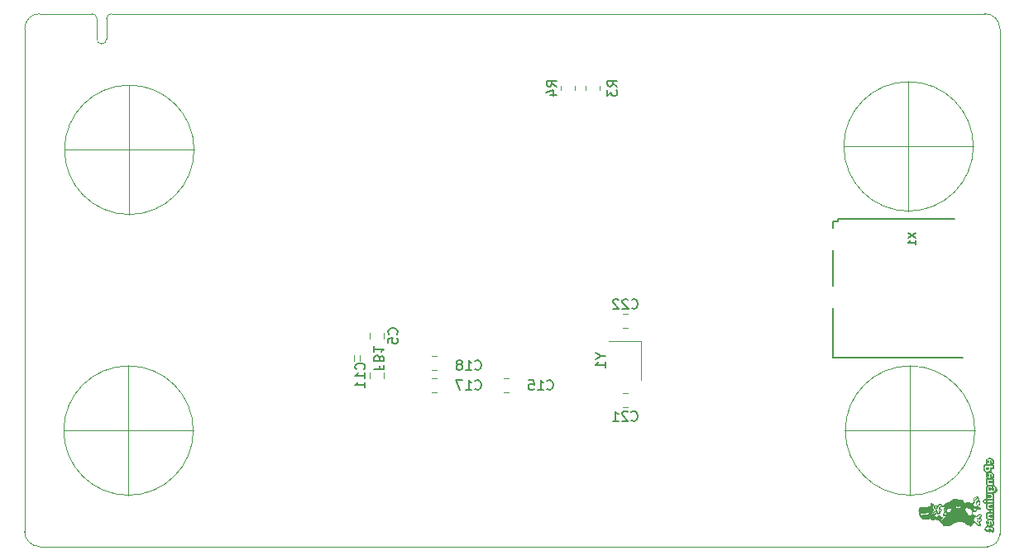
<source format=gbo>
%TF.GenerationSoftware,KiCad,Pcbnew,5.1.8*%
%TF.CreationDate,2020-12-10T16:40:19-06:00*%
%TF.ProjectId,e54-GFX-Development-Board,6535342d-4746-4582-9d44-6576656c6f70,rev?*%
%TF.SameCoordinates,Original*%
%TF.FileFunction,Legend,Bot*%
%TF.FilePolarity,Positive*%
%FSLAX46Y46*%
G04 Gerber Fmt 4.6, Leading zero omitted, Abs format (unit mm)*
G04 Created by KiCad (PCBNEW 5.1.8) date 2020-12-10 16:40:19*
%MOMM*%
%LPD*%
G01*
G04 APERTURE LIST*
%TA.AperFunction,Profile*%
%ADD10C,0.050000*%
%TD*%
%ADD11C,0.010000*%
%ADD12C,0.120000*%
%ADD13C,0.127000*%
%ADD14C,0.150000*%
%ADD15C,0.146304*%
G04 APERTURE END LIST*
D10*
X108378000Y-70358000D02*
X192786000Y-70358000D01*
X96012000Y-70358000D02*
X98378000Y-70358000D01*
X194310000Y-71882000D02*
X194310000Y-123698000D01*
X192786000Y-70358000D02*
G75*
G02*
X194310000Y-71882000I0J-1524000D01*
G01*
X94488000Y-71882000D02*
G75*
G02*
X96012000Y-70358000I1524000J0D01*
G01*
X96012000Y-124968000D02*
G75*
G02*
X94488000Y-123444000I0J1524000D01*
G01*
X194310000Y-123698000D02*
G75*
G02*
X193040000Y-124968000I-1270000J0D01*
G01*
X94488000Y-123444000D02*
X94488000Y-71882000D01*
X193040000Y-124968000D02*
X96012000Y-124968000D01*
D11*
%TO.C,G\u002A\u002A\u002A*%
G36*
X185987971Y-121383374D02*
G01*
X186003605Y-121501946D01*
X186015864Y-121557251D01*
X186049307Y-121661315D01*
X186095858Y-121773161D01*
X186149898Y-121881889D01*
X186205808Y-121976599D01*
X186257969Y-122046393D01*
X186278393Y-122066491D01*
X186342316Y-122107243D01*
X186412116Y-122134106D01*
X186419838Y-122135757D01*
X186507309Y-122142670D01*
X186626552Y-122138135D01*
X186768798Y-122122884D01*
X186925274Y-122097649D01*
X186962763Y-122090429D01*
X187141090Y-122055014D01*
X187252170Y-122131424D01*
X187358185Y-122189355D01*
X187449998Y-122207479D01*
X187527748Y-122185820D01*
X187539033Y-122178565D01*
X187571434Y-122164162D01*
X187620989Y-122158351D01*
X187697086Y-122160591D01*
X187761332Y-122165751D01*
X187898118Y-122183800D01*
X188001760Y-122209488D01*
X188069462Y-122241801D01*
X188098432Y-122279729D01*
X188099333Y-122288205D01*
X188120220Y-122327348D01*
X188181769Y-122365569D01*
X188184108Y-122366632D01*
X188261816Y-122421338D01*
X188342444Y-122515664D01*
X188424015Y-122647181D01*
X188445943Y-122688747D01*
X188482764Y-122742503D01*
X188524849Y-122780424D01*
X188527507Y-122781924D01*
X188566657Y-122792692D01*
X188637704Y-122803056D01*
X188730219Y-122811775D01*
X188824207Y-122817231D01*
X189074171Y-122827526D01*
X189230029Y-122750496D01*
X189326255Y-122698730D01*
X189427875Y-122637482D01*
X189511706Y-122580845D01*
X189594812Y-122520782D01*
X189657865Y-122480704D01*
X189714544Y-122455020D01*
X189778532Y-122438139D01*
X189863510Y-122424472D01*
X189909704Y-122418218D01*
X190041477Y-122405832D01*
X190181706Y-122401383D01*
X190319884Y-122404412D01*
X190445505Y-122414458D01*
X190548065Y-122431061D01*
X190606288Y-122448689D01*
X190663076Y-122481202D01*
X190734396Y-122533513D01*
X190805568Y-122594780D01*
X190810963Y-122599884D01*
X190897622Y-122676799D01*
X190969611Y-122725172D01*
X191037476Y-122750467D01*
X191111763Y-122758147D01*
X191116473Y-122758167D01*
X191178891Y-122769167D01*
X191221383Y-122808158D01*
X191224085Y-122812185D01*
X191268062Y-122853333D01*
X191316498Y-122858315D01*
X191363835Y-122832094D01*
X191404514Y-122779636D01*
X191432978Y-122705904D01*
X191443667Y-122616076D01*
X191445084Y-122560484D01*
X191453905Y-122538596D01*
X191476981Y-122541785D01*
X191496060Y-122550113D01*
X191534170Y-122561326D01*
X191572544Y-122553264D01*
X191626531Y-122522282D01*
X191634014Y-122517363D01*
X191696205Y-122482277D01*
X191738771Y-122474671D01*
X191756246Y-122480510D01*
X191817736Y-122529131D01*
X191879071Y-122603320D01*
X191917799Y-122667850D01*
X191976944Y-122740742D01*
X192062311Y-122786035D01*
X192165822Y-122800943D01*
X192263875Y-122787159D01*
X192302649Y-122759252D01*
X192311883Y-122709673D01*
X192292247Y-122646401D01*
X192246434Y-122579700D01*
X192198498Y-122507940D01*
X192191025Y-122448114D01*
X192224001Y-122400473D01*
X192258583Y-122379917D01*
X192325570Y-122341205D01*
X192380621Y-122295761D01*
X192412998Y-122253276D01*
X192417333Y-122236630D01*
X192403128Y-122201882D01*
X192368147Y-122154266D01*
X192323846Y-122106376D01*
X192281680Y-122070808D01*
X192256390Y-122059667D01*
X192230336Y-122044895D01*
X192226361Y-122010242D01*
X192241840Y-121970200D01*
X192274142Y-121939262D01*
X192278630Y-121937028D01*
X192344468Y-121885656D01*
X192392866Y-121804783D01*
X192406610Y-121762029D01*
X192408902Y-121718522D01*
X192381551Y-121691042D01*
X192364714Y-121682654D01*
X192285439Y-121662262D01*
X192195083Y-121659518D01*
X192195083Y-121700446D01*
X192293771Y-121706848D01*
X192353300Y-121726432D01*
X192374877Y-121759617D01*
X192375000Y-121762947D01*
X192361443Y-121809835D01*
X192328534Y-121858150D01*
X192287915Y-121894660D01*
X192251228Y-121906131D01*
X192249381Y-121905728D01*
X192222902Y-121910081D01*
X192210691Y-121946721D01*
X192209278Y-121961113D01*
X192204653Y-122004430D01*
X192192743Y-122031839D01*
X192164123Y-122051913D01*
X192109367Y-122073227D01*
X192071821Y-122086146D01*
X192023093Y-122103383D01*
X192002804Y-122112763D01*
X192014006Y-122114340D01*
X192059750Y-122108171D01*
X192143086Y-122094312D01*
X192179030Y-122088117D01*
X192226595Y-122085603D01*
X192267013Y-122102161D01*
X192316027Y-122144665D01*
X192321905Y-122150505D01*
X192364770Y-122196837D01*
X192391266Y-122232168D01*
X192395501Y-122242758D01*
X192379577Y-122266857D01*
X192343788Y-122297872D01*
X192287900Y-122328007D01*
X192219442Y-122352144D01*
X192212161Y-122353954D01*
X192167725Y-122366102D01*
X192152562Y-122373916D01*
X192156126Y-122375040D01*
X192168285Y-122388174D01*
X192165410Y-122428680D01*
X192152514Y-122483893D01*
X192137178Y-122545623D01*
X192134465Y-122575536D01*
X192145517Y-122582563D01*
X192164547Y-122577865D01*
X192199469Y-122579875D01*
X192233843Y-122614262D01*
X192247454Y-122635180D01*
X192281401Y-122697797D01*
X192286008Y-122734826D01*
X192257314Y-122752749D01*
X192191355Y-122758050D01*
X192172288Y-122758167D01*
X192099230Y-122755106D01*
X192051667Y-122742085D01*
X192012973Y-122713342D01*
X191997663Y-122697664D01*
X191946255Y-122635344D01*
X191899958Y-122568076D01*
X191898591Y-122565798D01*
X191856863Y-122516187D01*
X191791570Y-122460251D01*
X191729446Y-122417819D01*
X191641997Y-122355385D01*
X191591339Y-122291971D01*
X191572720Y-122218454D01*
X191580284Y-122131453D01*
X191609743Y-122054512D01*
X191662048Y-121985005D01*
X191726451Y-121933782D01*
X191792202Y-121911689D01*
X191798225Y-121911500D01*
X191902006Y-121896552D01*
X191983158Y-121854258D01*
X192029346Y-121798080D01*
X192064252Y-121740322D01*
X192102543Y-121711118D01*
X192160045Y-121701144D01*
X192195083Y-121700446D01*
X192195083Y-121659518D01*
X192190278Y-121659372D01*
X192102033Y-121674295D01*
X192088712Y-121678871D01*
X192039097Y-121715069D01*
X192009195Y-121761988D01*
X191965393Y-121828374D01*
X191902135Y-121862118D01*
X191828511Y-121861837D01*
X191753610Y-121826153D01*
X191728364Y-121804647D01*
X191669083Y-121760468D01*
X191609698Y-121736658D01*
X191600429Y-121735410D01*
X191587562Y-121730848D01*
X191587562Y-121851496D01*
X191586097Y-121871579D01*
X191559736Y-121917921D01*
X191538917Y-121949286D01*
X191506478Y-122002695D01*
X191487793Y-122044440D01*
X191486000Y-122053997D01*
X191472790Y-122078854D01*
X191464833Y-122080833D01*
X191447408Y-122065493D01*
X191450036Y-122026683D01*
X191467940Y-121975223D01*
X191496344Y-121921928D01*
X191530470Y-121877616D01*
X191565375Y-121853159D01*
X191587562Y-121851496D01*
X191587562Y-121730848D01*
X191548067Y-121716842D01*
X191509984Y-121667927D01*
X191484405Y-121584989D01*
X191469557Y-121464353D01*
X191469551Y-121464270D01*
X191459341Y-121321570D01*
X191629230Y-121331617D01*
X191714216Y-121335878D01*
X191767954Y-121334740D01*
X191801421Y-121325820D01*
X191825594Y-121306734D01*
X191843643Y-121285060D01*
X191877067Y-121219192D01*
X191888167Y-121157229D01*
X191890840Y-121116790D01*
X191903880Y-121094158D01*
X191934819Y-121087846D01*
X191991188Y-121096365D01*
X192080519Y-121118230D01*
X192082751Y-121118808D01*
X192174147Y-121136162D01*
X192232570Y-121130756D01*
X192261598Y-121101181D01*
X192264945Y-121047111D01*
X192256282Y-121018030D01*
X192232716Y-120994741D01*
X192185724Y-120971746D01*
X192106787Y-120943546D01*
X192101919Y-120941925D01*
X191945255Y-120889835D01*
X192062505Y-120781542D01*
X192132952Y-120710548D01*
X192178078Y-120647302D01*
X192208163Y-120576644D01*
X192213878Y-120558283D01*
X192242250Y-120443639D01*
X192248127Y-120362733D01*
X192230549Y-120312860D01*
X192188557Y-120291313D01*
X192121193Y-120295387D01*
X192120768Y-120295471D01*
X192076305Y-120299625D01*
X192060208Y-120284361D01*
X192070560Y-120243665D01*
X192090557Y-120200740D01*
X192111530Y-120132838D01*
X192117297Y-120058582D01*
X192117015Y-120054613D01*
X192109783Y-120002735D01*
X192093065Y-119981963D01*
X192056687Y-119981075D01*
X192050934Y-119981723D01*
X192012233Y-119983551D01*
X191998779Y-119968905D01*
X192003155Y-119926516D01*
X192005664Y-119912932D01*
X192012700Y-119862932D01*
X192002549Y-119841849D01*
X191972424Y-119837930D01*
X191972424Y-119856641D01*
X191984035Y-119862480D01*
X191983766Y-119886413D01*
X191971276Y-119933596D01*
X191967599Y-119944396D01*
X191948450Y-119998024D01*
X191935960Y-120023547D01*
X191921818Y-120032457D01*
X191901599Y-120035654D01*
X191854221Y-120058912D01*
X191801705Y-120107532D01*
X191755288Y-120167870D01*
X191726203Y-120226276D01*
X191721716Y-120254159D01*
X191724263Y-120293569D01*
X191727958Y-120292159D01*
X191734056Y-120260500D01*
X191763642Y-120194740D01*
X191822885Y-120128094D01*
X191900659Y-120071030D01*
X191969341Y-120039108D01*
X192039278Y-120016454D01*
X192078373Y-120009470D01*
X192095557Y-120019332D01*
X192099763Y-120047213D01*
X192099833Y-120056258D01*
X192092564Y-120119826D01*
X192074262Y-120177350D01*
X192050185Y-120216699D01*
X192026269Y-120226020D01*
X191991759Y-120231183D01*
X191982287Y-120241161D01*
X191978378Y-120257282D01*
X191988511Y-120253309D01*
X192013004Y-120257920D01*
X192024684Y-120275938D01*
X192020616Y-120314566D01*
X191990887Y-120347719D01*
X191951099Y-120360467D01*
X191939033Y-120357892D01*
X191913932Y-120367932D01*
X191889402Y-120403825D01*
X191870449Y-120455503D01*
X191854565Y-120515829D01*
X191843898Y-120572929D01*
X191840594Y-120614931D01*
X191846800Y-120629960D01*
X191848659Y-120629170D01*
X191864437Y-120600768D01*
X191867000Y-120579909D01*
X191883820Y-120486378D01*
X191935110Y-120414809D01*
X192022108Y-120364033D01*
X192126292Y-120336134D01*
X192205667Y-120322082D01*
X192205667Y-120407279D01*
X192197060Y-120486673D01*
X192176083Y-120566146D01*
X192173536Y-120572778D01*
X192143627Y-120625285D01*
X192095105Y-120688004D01*
X192036152Y-120752756D01*
X191974949Y-120811361D01*
X191919679Y-120855639D01*
X191878523Y-120877409D01*
X191868180Y-120878058D01*
X191833672Y-120868924D01*
X191770418Y-120850566D01*
X191690080Y-120826392D01*
X191660625Y-120817355D01*
X191572764Y-120788392D01*
X191519090Y-120765124D01*
X191492540Y-120743721D01*
X191486000Y-120722621D01*
X191499699Y-120663041D01*
X191536214Y-120586821D01*
X191588671Y-120507497D01*
X191606741Y-120484817D01*
X191631317Y-120451710D01*
X191646050Y-120417254D01*
X191652959Y-120370335D01*
X191654062Y-120299834D01*
X191652525Y-120232681D01*
X191647023Y-120041976D01*
X191737926Y-119961307D01*
X191798452Y-119916912D01*
X191865537Y-119881526D01*
X191927441Y-119859864D01*
X191972424Y-119856641D01*
X191972424Y-119837930D01*
X191966941Y-119837216D01*
X191955400Y-119837167D01*
X191854554Y-119852637D01*
X191759790Y-119901918D01*
X191690766Y-119960135D01*
X191646575Y-120004605D01*
X191623575Y-120039518D01*
X191616689Y-120080558D01*
X191620840Y-120143412D01*
X191623412Y-120168233D01*
X191626303Y-120289987D01*
X191609661Y-120395116D01*
X191575449Y-120474329D01*
X191553084Y-120500673D01*
X191516604Y-120523254D01*
X191472897Y-120520654D01*
X191448284Y-120512938D01*
X191385935Y-120502494D01*
X191385935Y-120556833D01*
X191388805Y-120571210D01*
X191373203Y-120605749D01*
X191347110Y-120647561D01*
X191318508Y-120683759D01*
X191296585Y-120701110D01*
X191276281Y-120691979D01*
X191274333Y-120681670D01*
X191288324Y-120647975D01*
X191321087Y-120605655D01*
X191358805Y-120570166D01*
X191385935Y-120556833D01*
X191385935Y-120502494D01*
X191378214Y-120501200D01*
X191344294Y-120511305D01*
X191305593Y-120519488D01*
X191255140Y-120500495D01*
X191246906Y-120495660D01*
X191246906Y-120578000D01*
X191283129Y-120581715D01*
X191283484Y-120597617D01*
X191274333Y-120609750D01*
X191234815Y-120633234D01*
X191187075Y-120641500D01*
X191143613Y-120635808D01*
X191126167Y-120622598D01*
X191145341Y-120598330D01*
X191195264Y-120582210D01*
X191246906Y-120578000D01*
X191246906Y-120495660D01*
X191235701Y-120489080D01*
X191204122Y-120471046D01*
X191173395Y-120459873D01*
X191134598Y-120455099D01*
X191078806Y-120456263D01*
X190997096Y-120462902D01*
X190905670Y-120471988D01*
X190778602Y-120483638D01*
X190686026Y-120486569D01*
X190620469Y-120477652D01*
X190574462Y-120453758D01*
X190556078Y-120431003D01*
X190556078Y-120506790D01*
X190578662Y-120509435D01*
X190633160Y-120522939D01*
X190711224Y-120545069D01*
X190798083Y-120571566D01*
X191036610Y-120646694D01*
X191236855Y-120710100D01*
X191401003Y-120762499D01*
X191531236Y-120804606D01*
X191629740Y-120837137D01*
X191698697Y-120860806D01*
X191740292Y-120876328D01*
X191756708Y-120884419D01*
X191757017Y-120885538D01*
X191735475Y-120881911D01*
X191678492Y-120867782D01*
X191591252Y-120844561D01*
X191563588Y-120836950D01*
X191563588Y-120994301D01*
X191586668Y-120994735D01*
X191639287Y-121003709D01*
X191708767Y-121018984D01*
X191845833Y-121051779D01*
X191845833Y-121142148D01*
X191836565Y-121217971D01*
X191805264Y-121270052D01*
X191799509Y-121275675D01*
X191750147Y-121311312D01*
X191706456Y-121312318D01*
X191654935Y-121278297D01*
X191646877Y-121271208D01*
X191600776Y-121205217D01*
X191574601Y-121112998D01*
X191565296Y-121049710D01*
X191561947Y-121005985D01*
X191563588Y-120994301D01*
X191563588Y-120836950D01*
X191478935Y-120813657D01*
X191346724Y-120776480D01*
X191199802Y-120734441D01*
X191169371Y-120725650D01*
X190985985Y-120672159D01*
X190891911Y-120644011D01*
X190891911Y-120957797D01*
X190968423Y-120967474D01*
X191064116Y-120992559D01*
X191213132Y-121047473D01*
X191322503Y-121114324D01*
X191393592Y-121194522D01*
X191427759Y-121289477D01*
X191429926Y-121371750D01*
X191428293Y-121458611D01*
X191435617Y-121547873D01*
X191439844Y-121572833D01*
X191449572Y-121633980D01*
X191443554Y-121672847D01*
X191416838Y-121708088D01*
X191399389Y-121725212D01*
X191343194Y-121764980D01*
X191267982Y-121801481D01*
X191229033Y-121815170D01*
X191162631Y-121833599D01*
X191153417Y-121835740D01*
X191153417Y-122575694D01*
X191172644Y-122581703D01*
X191203238Y-122612904D01*
X191236310Y-122657317D01*
X191262968Y-122702962D01*
X191274322Y-122737860D01*
X191274333Y-122738624D01*
X191270597Y-122772188D01*
X191265761Y-122779333D01*
X191249695Y-122762703D01*
X191223166Y-122721621D01*
X191193464Y-122669300D01*
X191167877Y-122618953D01*
X191153695Y-122583792D01*
X191153417Y-122575694D01*
X191153417Y-121835740D01*
X191111371Y-121845510D01*
X191093450Y-121848000D01*
X191072347Y-121829852D01*
X191045903Y-121783466D01*
X191030740Y-121747458D01*
X190966205Y-121604258D01*
X190895863Y-121487464D01*
X190895863Y-121640336D01*
X190909896Y-121646701D01*
X190912092Y-121648682D01*
X190949892Y-121703885D01*
X190982238Y-121788917D01*
X191005676Y-121891319D01*
X191016756Y-121998636D01*
X191017173Y-122027917D01*
X191015993Y-122176083D01*
X190989052Y-122017333D01*
X190957926Y-121856873D01*
X190923994Y-121728763D01*
X190903097Y-121668083D01*
X190895863Y-121640336D01*
X190895863Y-121487464D01*
X190876303Y-121454986D01*
X190782427Y-121324892D01*
X190734835Y-121261005D01*
X190699363Y-121210024D01*
X190682317Y-121181109D01*
X190681667Y-121178579D01*
X190692261Y-121154040D01*
X190719642Y-121106000D01*
X190747373Y-121061395D01*
X190790977Y-121002673D01*
X190835959Y-120968836D01*
X190891911Y-120957797D01*
X190891911Y-120644011D01*
X190840044Y-120628491D01*
X190728127Y-120593425D01*
X190646814Y-120565741D01*
X190592682Y-120544217D01*
X190562311Y-120527632D01*
X190552278Y-120514766D01*
X190556078Y-120506790D01*
X190556078Y-120431003D01*
X190540532Y-120411760D01*
X190511209Y-120348529D01*
X190492714Y-120299085D01*
X190460113Y-120251955D01*
X190449155Y-120242705D01*
X190449155Y-120416001D01*
X190505698Y-120433054D01*
X190530064Y-120477607D01*
X190522193Y-120549590D01*
X190503497Y-120602303D01*
X190500592Y-120607712D01*
X190500592Y-121170991D01*
X190574274Y-121176016D01*
X190626004Y-121196138D01*
X190664412Y-121227332D01*
X190699565Y-121265688D01*
X190714002Y-121291164D01*
X190713112Y-121294443D01*
X190692427Y-121288950D01*
X190656428Y-121261421D01*
X190653760Y-121258944D01*
X190616466Y-121232240D01*
X190568083Y-121218038D01*
X190495003Y-121212936D01*
X190491167Y-121212899D01*
X190491167Y-121297667D01*
X190511718Y-121313774D01*
X190512333Y-121318833D01*
X190496226Y-121339385D01*
X190491167Y-121340000D01*
X190470615Y-121323893D01*
X190470000Y-121318833D01*
X190486107Y-121298282D01*
X190491167Y-121297667D01*
X190491167Y-121212899D01*
X190468636Y-121212676D01*
X190394661Y-121210428D01*
X190360400Y-121203810D01*
X190363407Y-121192334D01*
X190364167Y-121191833D01*
X190403229Y-121179658D01*
X190466171Y-121172131D01*
X190500592Y-121170991D01*
X190500592Y-120607712D01*
X190472333Y-120660339D01*
X190435135Y-120707486D01*
X190400625Y-120734517D01*
X190379017Y-120733962D01*
X190381256Y-120710062D01*
X190405002Y-120670389D01*
X190407193Y-120667561D01*
X190434985Y-120625728D01*
X190448329Y-120593601D01*
X190445192Y-120580270D01*
X190423541Y-120594825D01*
X190423433Y-120594933D01*
X190387058Y-120618811D01*
X190363352Y-120603770D01*
X190351349Y-120548894D01*
X190349908Y-120525083D01*
X190350559Y-120467464D01*
X190356449Y-120431752D01*
X190360491Y-120426520D01*
X190449155Y-120416001D01*
X190449155Y-120242705D01*
X190401126Y-120202159D01*
X190374185Y-120184966D01*
X190314852Y-120152468D01*
X190270197Y-120138838D01*
X190251960Y-120139693D01*
X190251960Y-120175833D01*
X190294233Y-120182908D01*
X190345273Y-120200186D01*
X190391753Y-120221748D01*
X190420343Y-120241673D01*
X190422483Y-120251573D01*
X190398502Y-120251480D01*
X190351904Y-120239205D01*
X190345064Y-120236881D01*
X190251996Y-120222828D01*
X190148104Y-120236297D01*
X190104875Y-120250380D01*
X190074530Y-120253286D01*
X190067833Y-120243668D01*
X190086399Y-120222363D01*
X190132521Y-120200430D01*
X190191839Y-120183160D01*
X190249992Y-120175844D01*
X190251960Y-120175833D01*
X190251960Y-120139693D01*
X190220614Y-120141165D01*
X190160885Y-120153308D01*
X190089494Y-120166809D01*
X190038819Y-120166595D01*
X189988972Y-120150926D01*
X189955168Y-120135316D01*
X189903172Y-120117167D01*
X189903172Y-120159980D01*
X189938899Y-120164825D01*
X189989029Y-120182764D01*
X190002027Y-120201951D01*
X189977173Y-120215542D01*
X189944523Y-120218167D01*
X189881739Y-120235132D01*
X189839913Y-120265854D01*
X189797274Y-120325005D01*
X189773520Y-120369380D01*
X189773520Y-120702740D01*
X189800032Y-120703710D01*
X189846045Y-120726452D01*
X189930001Y-120757515D01*
X190031848Y-120764813D01*
X190134041Y-120747740D01*
X190163083Y-120737389D01*
X190190877Y-120728820D01*
X190185032Y-120741990D01*
X190181608Y-120745801D01*
X190146973Y-120769150D01*
X190091330Y-120794263D01*
X190077404Y-120799305D01*
X189977073Y-120814416D01*
X189877191Y-120788978D01*
X189821819Y-120758161D01*
X189779276Y-120722862D01*
X189773520Y-120702740D01*
X189773520Y-120369380D01*
X189752962Y-120407786D01*
X189738810Y-120440803D01*
X189738810Y-120747333D01*
X189760579Y-120758153D01*
X189804218Y-120785439D01*
X189826430Y-120800250D01*
X189925780Y-120844130D01*
X190031918Y-120850487D01*
X190133348Y-120818944D01*
X190147720Y-120810754D01*
X190194710Y-120783555D01*
X190224190Y-120769176D01*
X190227095Y-120768500D01*
X190232648Y-120787634D01*
X190236306Y-120836921D01*
X190237167Y-120883166D01*
X190237167Y-120997832D01*
X190141839Y-121034238D01*
X190052781Y-121054676D01*
X189948620Y-121058841D01*
X189847737Y-121047369D01*
X189769274Y-121021309D01*
X189745391Y-121012324D01*
X189733501Y-121024403D01*
X189729497Y-121065928D01*
X189729167Y-121103108D01*
X189716291Y-121214737D01*
X189679898Y-121347369D01*
X189623338Y-121489295D01*
X189611395Y-121514674D01*
X189588442Y-121566548D01*
X189585795Y-121600620D01*
X189605144Y-121637111D01*
X189623786Y-121662841D01*
X189674460Y-121731583D01*
X189622438Y-121697547D01*
X189574479Y-121654951D01*
X189545846Y-121615261D01*
X189532997Y-121573323D01*
X189550097Y-121536856D01*
X189562236Y-121523045D01*
X189602444Y-121460533D01*
X189639489Y-121369048D01*
X189669785Y-121261948D01*
X189689742Y-121152592D01*
X189695775Y-121054336D01*
X189694479Y-121030617D01*
X189690193Y-120962311D01*
X189693358Y-120931959D01*
X189704443Y-120935762D01*
X189705976Y-120937833D01*
X189719300Y-120946846D01*
X189726466Y-120923278D01*
X189728827Y-120862434D01*
X189728842Y-120858458D01*
X189730681Y-120796354D01*
X189735057Y-120756021D01*
X189738810Y-120747333D01*
X189738810Y-120440803D01*
X189714380Y-120497801D01*
X189688926Y-120578655D01*
X189683228Y-120612970D01*
X189678197Y-120679001D01*
X189505667Y-120698414D01*
X189505667Y-121234167D01*
X189536250Y-121241142D01*
X189528491Y-121256653D01*
X189528491Y-121833829D01*
X189554554Y-121841719D01*
X189602897Y-121877116D01*
X189650575Y-121913098D01*
X189687481Y-121933862D01*
X189693749Y-121935549D01*
X189695394Y-121940704D01*
X189666359Y-121948207D01*
X189616299Y-121943433D01*
X189568101Y-121904410D01*
X189564731Y-121900549D01*
X189530842Y-121854078D01*
X189528491Y-121833829D01*
X189528491Y-121256653D01*
X189527082Y-121259470D01*
X189518962Y-121265013D01*
X189491777Y-121262358D01*
X189485963Y-121255678D01*
X189490562Y-121237271D01*
X189505667Y-121234167D01*
X189505667Y-120698414D01*
X189457939Y-120703785D01*
X189366280Y-120713212D01*
X189291491Y-120719229D01*
X189242733Y-120721202D01*
X189228777Y-120719666D01*
X189242900Y-120711511D01*
X189290430Y-120699029D01*
X189362880Y-120683968D01*
X189451759Y-120668073D01*
X189548582Y-120653090D01*
X189560672Y-120651389D01*
X189619151Y-120641611D01*
X189645958Y-120627152D01*
X189651402Y-120597894D01*
X189648282Y-120565403D01*
X189655085Y-120491126D01*
X189685650Y-120401079D01*
X189733583Y-120309204D01*
X189792492Y-120229444D01*
X189811182Y-120210123D01*
X189859831Y-120171099D01*
X189903172Y-120159980D01*
X189903172Y-120117167D01*
X189810150Y-120084698D01*
X189671159Y-120075743D01*
X189539257Y-120108328D01*
X189476015Y-120146147D01*
X189476015Y-120270559D01*
X189485085Y-120279172D01*
X189484620Y-120311915D01*
X189476694Y-120352210D01*
X189463381Y-120383476D01*
X189461606Y-120385736D01*
X189456042Y-120374529D01*
X189454000Y-120339360D01*
X189461631Y-120292943D01*
X189476015Y-120270559D01*
X189476015Y-120146147D01*
X189415508Y-120182332D01*
X189395057Y-120199283D01*
X189308951Y-120262969D01*
X189304126Y-120265893D01*
X189304126Y-120348617D01*
X189288903Y-120365282D01*
X189274083Y-120378467D01*
X189220277Y-120417556D01*
X189189417Y-120436108D01*
X189189417Y-120726167D01*
X189200000Y-120736750D01*
X189189417Y-120747333D01*
X189178833Y-120736750D01*
X189189417Y-120726167D01*
X189189417Y-120436108D01*
X189145821Y-120462318D01*
X189083583Y-120494764D01*
X189039508Y-120513863D01*
X189039508Y-120835565D01*
X189080621Y-120852270D01*
X189145217Y-120889448D01*
X189205860Y-120928939D01*
X189229698Y-120950509D01*
X189217302Y-120952381D01*
X189169241Y-120932778D01*
X189136499Y-120916666D01*
X189077836Y-120891826D01*
X189031687Y-120881155D01*
X189019109Y-120882361D01*
X188999489Y-120879820D01*
X189002259Y-120862672D01*
X189016283Y-120839574D01*
X189039508Y-120835565D01*
X189039508Y-120513863D01*
X189004756Y-120528923D01*
X188929147Y-120555572D01*
X188882500Y-120567120D01*
X188844111Y-120572022D01*
X188837522Y-120568517D01*
X188865307Y-120553742D01*
X188914250Y-120531778D01*
X188985946Y-120498782D01*
X189076863Y-120455025D01*
X189168690Y-120409338D01*
X189178833Y-120404180D01*
X189252875Y-120367045D01*
X189293378Y-120348864D01*
X189304126Y-120348617D01*
X189304126Y-120265893D01*
X189194730Y-120332197D01*
X189064837Y-120400378D01*
X188931715Y-120460924D01*
X188822546Y-120502399D01*
X188798415Y-120511459D01*
X188798415Y-120833909D01*
X188858453Y-120844964D01*
X188911468Y-120875748D01*
X188942812Y-120916410D01*
X188946000Y-120933160D01*
X188942766Y-120946597D01*
X188942766Y-121005698D01*
X189010802Y-121010621D01*
X189020039Y-121011557D01*
X189123364Y-121029145D01*
X189220473Y-121057753D01*
X189302870Y-121093540D01*
X189362061Y-121132663D01*
X189389550Y-121171279D01*
X189390500Y-121179118D01*
X189376180Y-121203695D01*
X189357873Y-121225474D01*
X189357873Y-121816250D01*
X189311234Y-121882248D01*
X189266574Y-121935606D01*
X189220274Y-121977150D01*
X189216422Y-121979776D01*
X189169306Y-122003208D01*
X189099497Y-122029854D01*
X189048430Y-122046112D01*
X188987479Y-122070589D01*
X188914527Y-122109641D01*
X188839066Y-122156829D01*
X188770590Y-122205716D01*
X188718593Y-122249862D01*
X188692566Y-122282830D01*
X188691239Y-122288371D01*
X188678232Y-122312521D01*
X188646873Y-122354200D01*
X188636577Y-122366583D01*
X188602569Y-122405488D01*
X188590014Y-122413382D01*
X188593271Y-122391781D01*
X188597203Y-122377167D01*
X188618346Y-122338104D01*
X188661959Y-122280300D01*
X188719889Y-122214242D01*
X188740963Y-122192209D01*
X188819116Y-122117519D01*
X188886415Y-122067457D01*
X188956951Y-122032446D01*
X188998056Y-122017520D01*
X189084086Y-121985779D01*
X189158910Y-121949550D01*
X189238604Y-121900270D01*
X189305395Y-121853780D01*
X189357873Y-121816250D01*
X189357873Y-121225474D01*
X189337756Y-121249408D01*
X189282033Y-121308466D01*
X189247625Y-121342697D01*
X189214523Y-121373296D01*
X189214523Y-121600473D01*
X189218476Y-121604442D01*
X189203241Y-121639057D01*
X189167915Y-121707313D01*
X189166267Y-121710417D01*
X189126785Y-121783083D01*
X189093261Y-121841804D01*
X189071827Y-121875909D01*
X189069405Y-121878980D01*
X189043910Y-121878906D01*
X189002515Y-121846943D01*
X188993336Y-121837483D01*
X188967662Y-121807941D01*
X188968613Y-121803615D01*
X188979417Y-121811795D01*
X189024756Y-121841722D01*
X189057447Y-121839113D01*
X189086823Y-121800590D01*
X189103081Y-121767033D01*
X189141239Y-121696679D01*
X189186561Y-121631094D01*
X189192286Y-121624158D01*
X189214523Y-121600473D01*
X189214523Y-121373296D01*
X189171759Y-121412827D01*
X189098149Y-121474345D01*
X189031970Y-121523854D01*
X188978394Y-121557960D01*
X188942596Y-121573267D01*
X188929749Y-121566380D01*
X188937273Y-121546375D01*
X188943619Y-121530504D01*
X188924824Y-121545338D01*
X188923705Y-121546375D01*
X188920195Y-121548902D01*
X188920195Y-121731583D01*
X188922514Y-121830346D01*
X188921100Y-121890435D01*
X188907605Y-121930666D01*
X188873467Y-121967441D01*
X188834875Y-121998244D01*
X188744917Y-122067380D01*
X188814160Y-121993257D01*
X188876859Y-121900112D01*
X188901799Y-121825359D01*
X188920195Y-121731583D01*
X188920195Y-121548902D01*
X188892343Y-121568956D01*
X188880561Y-121572833D01*
X188864770Y-121553506D01*
X188850527Y-121502877D01*
X188838822Y-121431974D01*
X188830646Y-121351824D01*
X188826992Y-121273455D01*
X188828850Y-121207895D01*
X188837211Y-121166171D01*
X188843289Y-121158153D01*
X188853572Y-121139645D01*
X188842396Y-121129711D01*
X188835684Y-121105597D01*
X188860028Y-121071110D01*
X188885056Y-121034748D01*
X188886517Y-121011563D01*
X188898257Y-121006012D01*
X188942766Y-121005698D01*
X188942766Y-120946597D01*
X188941456Y-120952040D01*
X188924091Y-120936557D01*
X188913301Y-120921736D01*
X188869640Y-120882583D01*
X188812760Y-120855435D01*
X188770762Y-120842246D01*
X188767367Y-120836227D01*
X188798415Y-120833909D01*
X188798415Y-120511459D01*
X188741712Y-120532750D01*
X188684924Y-120565604D01*
X188635644Y-120612860D01*
X188589962Y-120669753D01*
X188541764Y-120728942D01*
X188501046Y-120771788D01*
X188476142Y-120789584D01*
X188475212Y-120789666D01*
X188441393Y-120802442D01*
X188418500Y-120818913D01*
X188375190Y-120847439D01*
X188330299Y-120864152D01*
X188297775Y-120865183D01*
X188289833Y-120854593D01*
X188306862Y-120834338D01*
X188320334Y-120832000D01*
X188356462Y-120821234D01*
X188356181Y-120788927D01*
X188319487Y-120735060D01*
X188293534Y-120706336D01*
X188239349Y-120654657D01*
X188194189Y-120628821D01*
X188141956Y-120620601D01*
X188125289Y-120620333D01*
X188117756Y-120621513D01*
X188117756Y-120666619D01*
X188188132Y-120668059D01*
X188237830Y-120688585D01*
X188260585Y-120707350D01*
X188295363Y-120744756D01*
X188310940Y-120770868D01*
X188311000Y-120771759D01*
X188293851Y-120790780D01*
X188250575Y-120818930D01*
X188226643Y-120831842D01*
X188159283Y-120872547D01*
X188113506Y-120919483D01*
X188085348Y-120981506D01*
X188070846Y-121067477D01*
X188066035Y-121186255D01*
X188065996Y-121190897D01*
X188061353Y-121313769D01*
X188048125Y-121403203D01*
X188024007Y-121467625D01*
X187986694Y-121515463D01*
X187974167Y-121526538D01*
X187954094Y-121546470D01*
X187968462Y-121547026D01*
X187971045Y-121546370D01*
X188004393Y-121524770D01*
X188042264Y-121483823D01*
X188042762Y-121483158D01*
X188062904Y-121447999D01*
X188076360Y-121400575D01*
X188084814Y-121331353D01*
X188089944Y-121230799D01*
X188090537Y-121212228D01*
X188094025Y-121121354D01*
X188098251Y-121047660D01*
X188102598Y-121000481D01*
X188105357Y-120988254D01*
X188120675Y-120997202D01*
X188144866Y-121034874D01*
X188172729Y-121090072D01*
X188199062Y-121151595D01*
X188218664Y-121208242D01*
X188226333Y-121248762D01*
X188215041Y-121301631D01*
X188186134Y-121369599D01*
X188162833Y-121410674D01*
X188128057Y-121468156D01*
X188105223Y-121510978D01*
X188099875Y-121525943D01*
X188108493Y-121527926D01*
X188129602Y-121500671D01*
X188158201Y-121453492D01*
X188189291Y-121395702D01*
X188217869Y-121336613D01*
X188238935Y-121285538D01*
X188247489Y-121251792D01*
X188247500Y-121251022D01*
X188257361Y-121203715D01*
X188284542Y-121189378D01*
X188309195Y-121186081D01*
X188292328Y-121179181D01*
X188286588Y-121177637D01*
X188251535Y-121152873D01*
X188210057Y-121103374D01*
X188171843Y-121043550D01*
X188146579Y-120987815D01*
X188141667Y-120962045D01*
X188152082Y-120919939D01*
X188187329Y-120894627D01*
X188253409Y-120883511D01*
X188324426Y-120882863D01*
X188399164Y-120882339D01*
X188437345Y-120875206D01*
X188444375Y-120860432D01*
X188444210Y-120859985D01*
X188451931Y-120835773D01*
X188487366Y-120821199D01*
X188536491Y-120818834D01*
X188585280Y-120831251D01*
X188589487Y-120833345D01*
X188640726Y-120865463D01*
X188696626Y-120907334D01*
X188698916Y-120909228D01*
X188753232Y-120943009D01*
X188805677Y-120958836D01*
X188810041Y-120959000D01*
X188851004Y-120972405D01*
X188860397Y-121007282D01*
X188837028Y-121055622D01*
X188826303Y-121068458D01*
X188786127Y-121102252D01*
X188761736Y-121099427D01*
X188755500Y-121071371D01*
X188752162Y-121049279D01*
X188736812Y-121060363D01*
X188723750Y-121076663D01*
X188698291Y-121105165D01*
X188679378Y-121099913D01*
X188660250Y-121076663D01*
X188636597Y-121049277D01*
X188628735Y-121058949D01*
X188627613Y-121087246D01*
X188625191Y-121116524D01*
X188615784Y-121114729D01*
X188593920Y-121078904D01*
X188586167Y-121064833D01*
X188557810Y-121018704D01*
X188545552Y-121009134D01*
X188551051Y-121032889D01*
X188575450Y-121085742D01*
X188603461Y-121127413D01*
X188638772Y-121139430D01*
X188676973Y-121135537D01*
X188739281Y-121135522D01*
X188776287Y-121159626D01*
X188794115Y-121191513D01*
X188779880Y-121211014D01*
X188764384Y-121241285D01*
X188767631Y-121262317D01*
X188767832Y-121290141D01*
X188735587Y-121297667D01*
X188687225Y-121314805D01*
X188635469Y-121357419D01*
X188594136Y-121412308D01*
X188579878Y-121446428D01*
X188573960Y-121482369D01*
X188584221Y-121480501D01*
X188609448Y-121441609D01*
X188621600Y-121419375D01*
X188646435Y-121378204D01*
X188660326Y-121372841D01*
X188666245Y-121388749D01*
X188678966Y-121414242D01*
X188704352Y-121402032D01*
X188728662Y-121388430D01*
X188734657Y-121406200D01*
X188738894Y-121423487D01*
X188754370Y-121404604D01*
X188770960Y-121391152D01*
X188788092Y-121412076D01*
X188798641Y-121436354D01*
X188826303Y-121504353D01*
X188850466Y-121562250D01*
X188868542Y-121618305D01*
X188858358Y-121647247D01*
X188815294Y-121657080D01*
X188795486Y-121657500D01*
X188737002Y-121668182D01*
X188668568Y-121694830D01*
X188649123Y-121705125D01*
X188592352Y-121733661D01*
X188554613Y-121739327D01*
X188525103Y-121727288D01*
X188490890Y-121712498D01*
X188474386Y-121727169D01*
X188473898Y-121728406D01*
X188482542Y-121748856D01*
X188520092Y-121758750D01*
X188574420Y-121757932D01*
X188633396Y-121746247D01*
X188672050Y-121730954D01*
X188731393Y-121704345D01*
X188763883Y-121700883D01*
X188769254Y-121722366D01*
X188747239Y-121770590D01*
X188697570Y-121847351D01*
X188643578Y-121922601D01*
X188559229Y-122031056D01*
X188473231Y-122130674D01*
X188390981Y-122216133D01*
X188317875Y-122282115D01*
X188259310Y-122323297D01*
X188225451Y-122334833D01*
X188182913Y-122322655D01*
X188151004Y-122303756D01*
X188124630Y-122280697D01*
X188132375Y-122272731D01*
X188145077Y-122272006D01*
X188176676Y-122257284D01*
X188217684Y-122219628D01*
X188262301Y-122167373D01*
X188304727Y-122108852D01*
X188339163Y-122052399D01*
X188359809Y-122006348D01*
X188360865Y-121979033D01*
X188351773Y-121975000D01*
X188324535Y-121962928D01*
X188274236Y-121931036D01*
X188210985Y-121885811D01*
X188200713Y-121878057D01*
X188073241Y-121781113D01*
X187934408Y-121849460D01*
X187795575Y-121917808D01*
X187619475Y-121860458D01*
X187487987Y-121810982D01*
X187395779Y-121760101D01*
X187339808Y-121705494D01*
X187317032Y-121644837D01*
X187316167Y-121629020D01*
X187329424Y-121521156D01*
X187371348Y-121406184D01*
X187432434Y-121295135D01*
X187482696Y-121206037D01*
X187504593Y-121146907D01*
X187498314Y-121116463D01*
X187464049Y-121113418D01*
X187459042Y-121114584D01*
X187436015Y-121118706D01*
X187422344Y-121111573D01*
X187416121Y-121085368D01*
X187415436Y-121032274D01*
X187418263Y-120947558D01*
X187422345Y-120860244D01*
X187428258Y-120806221D01*
X187438780Y-120776461D01*
X187456687Y-120761930D01*
X187477324Y-120755421D01*
X187539855Y-120759087D01*
X187567958Y-120777085D01*
X187610872Y-120799277D01*
X187640924Y-120798597D01*
X187684031Y-120796020D01*
X187740614Y-120808062D01*
X187742730Y-120808788D01*
X187795558Y-120821427D01*
X187831870Y-120810694D01*
X187848040Y-120797800D01*
X187895068Y-120772545D01*
X187930699Y-120782403D01*
X187944750Y-120821881D01*
X187941263Y-120848072D01*
X187924489Y-120892718D01*
X187907268Y-120913139D01*
X187889286Y-120937438D01*
X187887667Y-120949750D01*
X187869538Y-120978430D01*
X187824843Y-121009986D01*
X187768122Y-121037168D01*
X187713913Y-121052725D01*
X187682516Y-121052059D01*
X187658724Y-121046670D01*
X187672049Y-121059488D01*
X187673420Y-121060470D01*
X187692115Y-121088594D01*
X187689604Y-121102279D01*
X187694028Y-121129696D01*
X187719908Y-121175710D01*
X187739809Y-121202806D01*
X187775960Y-121244531D01*
X187798828Y-121263687D01*
X187803000Y-121261524D01*
X187788749Y-121233099D01*
X187760667Y-121202417D01*
X187723082Y-121151366D01*
X187727521Y-121103952D01*
X187774077Y-121059788D01*
X187799124Y-121045644D01*
X187856199Y-121013686D01*
X187895914Y-120980428D01*
X187926480Y-120934969D01*
X187956104Y-120866408D01*
X187976833Y-120809674D01*
X188025343Y-120673250D01*
X188117756Y-120666619D01*
X188117756Y-120621513D01*
X188047776Y-120632478D01*
X187993997Y-120665340D01*
X187972419Y-120713565D01*
X187972333Y-120717095D01*
X187953329Y-120740735D01*
X187910082Y-120747333D01*
X187860728Y-120754510D01*
X187833496Y-120770528D01*
X187801858Y-120783623D01*
X187735774Y-120781669D01*
X187721122Y-120779755D01*
X187613241Y-120759510D01*
X187537624Y-120731640D01*
X187484275Y-120691017D01*
X187446899Y-120639070D01*
X187394089Y-120571083D01*
X187330009Y-120522681D01*
X187265973Y-120500957D01*
X187231346Y-120503965D01*
X187213798Y-120514696D01*
X187213798Y-120546897D01*
X187224605Y-120547307D01*
X187231500Y-120556833D01*
X187250992Y-120599328D01*
X187238924Y-120625731D01*
X187231500Y-120630917D01*
X187216258Y-120623043D01*
X187210657Y-120584541D01*
X187213798Y-120546897D01*
X187213798Y-120514696D01*
X187209614Y-120517255D01*
X187202185Y-120533462D01*
X187202185Y-120863445D01*
X187212976Y-120865383D01*
X187232557Y-120892737D01*
X187213502Y-120922876D01*
X187180524Y-120940499D01*
X187180524Y-121306209D01*
X187188820Y-121321425D01*
X187182257Y-121368187D01*
X187160788Y-121450198D01*
X187155495Y-121468450D01*
X187134191Y-121534659D01*
X187114839Y-121583908D01*
X187105208Y-121600895D01*
X187088997Y-121596099D01*
X187070058Y-121561900D01*
X187052996Y-121510588D01*
X187042420Y-121454455D01*
X187041000Y-121429623D01*
X187047723Y-121392029D01*
X187074143Y-121386379D01*
X187083333Y-121388466D01*
X187118405Y-121387152D01*
X187125667Y-121372360D01*
X187140515Y-121337059D01*
X187157417Y-121318833D01*
X187180524Y-121306209D01*
X187180524Y-120940499D01*
X187158997Y-120952004D01*
X187132673Y-120961092D01*
X187067788Y-120986286D01*
X187030450Y-121018026D01*
X187007283Y-121065350D01*
X186988410Y-121117619D01*
X186988410Y-121452435D01*
X187014024Y-121480493D01*
X187018738Y-121491202D01*
X187037265Y-121558613D01*
X187024415Y-121604771D01*
X186976067Y-121636760D01*
X186924583Y-121653071D01*
X186858614Y-121665645D01*
X186764586Y-121677893D01*
X186656753Y-121688150D01*
X186580625Y-121693258D01*
X186473342Y-121700162D01*
X186402249Y-121707859D01*
X186361201Y-121717475D01*
X186344055Y-121730139D01*
X186342500Y-121736993D01*
X186328217Y-121758224D01*
X186311828Y-121756092D01*
X186290117Y-121757296D01*
X186292294Y-121780286D01*
X186286025Y-121786299D01*
X186258368Y-121765056D01*
X186225174Y-121731583D01*
X186146915Y-121646917D01*
X186182180Y-121721000D01*
X186217444Y-121795083D01*
X186166216Y-121734572D01*
X186126295Y-121674940D01*
X186095671Y-121606623D01*
X186078439Y-121542390D01*
X186078694Y-121495014D01*
X186085458Y-121482741D01*
X186113815Y-121480942D01*
X186158229Y-121517251D01*
X186163032Y-121522387D01*
X186197057Y-121554771D01*
X186209152Y-121555082D01*
X186207441Y-121546375D01*
X186205749Y-121528927D01*
X186219024Y-121517932D01*
X186254593Y-121511884D01*
X186319780Y-121509277D01*
X186390789Y-121508680D01*
X186525475Y-121504819D01*
X186665962Y-121495001D01*
X186798184Y-121480592D01*
X186908070Y-121462959D01*
X186944185Y-121454918D01*
X186988410Y-121452435D01*
X186988410Y-121117619D01*
X186980720Y-121138917D01*
X186979399Y-121075417D01*
X186984029Y-120992642D01*
X187006975Y-120939232D01*
X187055505Y-120903684D01*
X187098698Y-120886562D01*
X187158696Y-120869551D01*
X187202185Y-120863445D01*
X187202185Y-120533462D01*
X187196251Y-120546409D01*
X187188592Y-120600873D01*
X187184779Y-120669098D01*
X187178583Y-120821417D01*
X187030417Y-120872980D01*
X186971907Y-120892000D01*
X186916429Y-120905915D01*
X186855461Y-120915643D01*
X186780482Y-120922102D01*
X186682973Y-120926208D01*
X186554412Y-120928880D01*
X186504682Y-120929591D01*
X186358666Y-120932101D01*
X186268545Y-120935672D01*
X186268545Y-121007712D01*
X186379139Y-121010889D01*
X186444356Y-121014735D01*
X186546296Y-121021885D01*
X186609695Y-121027728D01*
X186638295Y-121033058D01*
X186635836Y-121038667D01*
X186606059Y-121045348D01*
X186596500Y-121046993D01*
X186521713Y-121055624D01*
X186428764Y-121061139D01*
X186363667Y-121062287D01*
X186285969Y-121062178D01*
X186221453Y-121062560D01*
X186188174Y-121063227D01*
X186153552Y-121084175D01*
X186117492Y-121139451D01*
X186110294Y-121154792D01*
X186085776Y-121204490D01*
X186072593Y-121216121D01*
X186068828Y-121198503D01*
X186080616Y-121119991D01*
X186115829Y-121053707D01*
X186152301Y-121022339D01*
X186194191Y-121011496D01*
X186268545Y-121007712D01*
X186268545Y-120935672D01*
X186248770Y-120936456D01*
X186168781Y-120944548D01*
X186112486Y-120958275D01*
X186073671Y-120979530D01*
X186046123Y-121010210D01*
X186023628Y-121052210D01*
X186011495Y-121080028D01*
X185991791Y-121158761D01*
X185983991Y-121264428D01*
X185987971Y-121383374D01*
G37*
X185987971Y-121383374D02*
X186003605Y-121501946D01*
X186015864Y-121557251D01*
X186049307Y-121661315D01*
X186095858Y-121773161D01*
X186149898Y-121881889D01*
X186205808Y-121976599D01*
X186257969Y-122046393D01*
X186278393Y-122066491D01*
X186342316Y-122107243D01*
X186412116Y-122134106D01*
X186419838Y-122135757D01*
X186507309Y-122142670D01*
X186626552Y-122138135D01*
X186768798Y-122122884D01*
X186925274Y-122097649D01*
X186962763Y-122090429D01*
X187141090Y-122055014D01*
X187252170Y-122131424D01*
X187358185Y-122189355D01*
X187449998Y-122207479D01*
X187527748Y-122185820D01*
X187539033Y-122178565D01*
X187571434Y-122164162D01*
X187620989Y-122158351D01*
X187697086Y-122160591D01*
X187761332Y-122165751D01*
X187898118Y-122183800D01*
X188001760Y-122209488D01*
X188069462Y-122241801D01*
X188098432Y-122279729D01*
X188099333Y-122288205D01*
X188120220Y-122327348D01*
X188181769Y-122365569D01*
X188184108Y-122366632D01*
X188261816Y-122421338D01*
X188342444Y-122515664D01*
X188424015Y-122647181D01*
X188445943Y-122688747D01*
X188482764Y-122742503D01*
X188524849Y-122780424D01*
X188527507Y-122781924D01*
X188566657Y-122792692D01*
X188637704Y-122803056D01*
X188730219Y-122811775D01*
X188824207Y-122817231D01*
X189074171Y-122827526D01*
X189230029Y-122750496D01*
X189326255Y-122698730D01*
X189427875Y-122637482D01*
X189511706Y-122580845D01*
X189594812Y-122520782D01*
X189657865Y-122480704D01*
X189714544Y-122455020D01*
X189778532Y-122438139D01*
X189863510Y-122424472D01*
X189909704Y-122418218D01*
X190041477Y-122405832D01*
X190181706Y-122401383D01*
X190319884Y-122404412D01*
X190445505Y-122414458D01*
X190548065Y-122431061D01*
X190606288Y-122448689D01*
X190663076Y-122481202D01*
X190734396Y-122533513D01*
X190805568Y-122594780D01*
X190810963Y-122599884D01*
X190897622Y-122676799D01*
X190969611Y-122725172D01*
X191037476Y-122750467D01*
X191111763Y-122758147D01*
X191116473Y-122758167D01*
X191178891Y-122769167D01*
X191221383Y-122808158D01*
X191224085Y-122812185D01*
X191268062Y-122853333D01*
X191316498Y-122858315D01*
X191363835Y-122832094D01*
X191404514Y-122779636D01*
X191432978Y-122705904D01*
X191443667Y-122616076D01*
X191445084Y-122560484D01*
X191453905Y-122538596D01*
X191476981Y-122541785D01*
X191496060Y-122550113D01*
X191534170Y-122561326D01*
X191572544Y-122553264D01*
X191626531Y-122522282D01*
X191634014Y-122517363D01*
X191696205Y-122482277D01*
X191738771Y-122474671D01*
X191756246Y-122480510D01*
X191817736Y-122529131D01*
X191879071Y-122603320D01*
X191917799Y-122667850D01*
X191976944Y-122740742D01*
X192062311Y-122786035D01*
X192165822Y-122800943D01*
X192263875Y-122787159D01*
X192302649Y-122759252D01*
X192311883Y-122709673D01*
X192292247Y-122646401D01*
X192246434Y-122579700D01*
X192198498Y-122507940D01*
X192191025Y-122448114D01*
X192224001Y-122400473D01*
X192258583Y-122379917D01*
X192325570Y-122341205D01*
X192380621Y-122295761D01*
X192412998Y-122253276D01*
X192417333Y-122236630D01*
X192403128Y-122201882D01*
X192368147Y-122154266D01*
X192323846Y-122106376D01*
X192281680Y-122070808D01*
X192256390Y-122059667D01*
X192230336Y-122044895D01*
X192226361Y-122010242D01*
X192241840Y-121970200D01*
X192274142Y-121939262D01*
X192278630Y-121937028D01*
X192344468Y-121885656D01*
X192392866Y-121804783D01*
X192406610Y-121762029D01*
X192408902Y-121718522D01*
X192381551Y-121691042D01*
X192364714Y-121682654D01*
X192285439Y-121662262D01*
X192195083Y-121659518D01*
X192195083Y-121700446D01*
X192293771Y-121706848D01*
X192353300Y-121726432D01*
X192374877Y-121759617D01*
X192375000Y-121762947D01*
X192361443Y-121809835D01*
X192328534Y-121858150D01*
X192287915Y-121894660D01*
X192251228Y-121906131D01*
X192249381Y-121905728D01*
X192222902Y-121910081D01*
X192210691Y-121946721D01*
X192209278Y-121961113D01*
X192204653Y-122004430D01*
X192192743Y-122031839D01*
X192164123Y-122051913D01*
X192109367Y-122073227D01*
X192071821Y-122086146D01*
X192023093Y-122103383D01*
X192002804Y-122112763D01*
X192014006Y-122114340D01*
X192059750Y-122108171D01*
X192143086Y-122094312D01*
X192179030Y-122088117D01*
X192226595Y-122085603D01*
X192267013Y-122102161D01*
X192316027Y-122144665D01*
X192321905Y-122150505D01*
X192364770Y-122196837D01*
X192391266Y-122232168D01*
X192395501Y-122242758D01*
X192379577Y-122266857D01*
X192343788Y-122297872D01*
X192287900Y-122328007D01*
X192219442Y-122352144D01*
X192212161Y-122353954D01*
X192167725Y-122366102D01*
X192152562Y-122373916D01*
X192156126Y-122375040D01*
X192168285Y-122388174D01*
X192165410Y-122428680D01*
X192152514Y-122483893D01*
X192137178Y-122545623D01*
X192134465Y-122575536D01*
X192145517Y-122582563D01*
X192164547Y-122577865D01*
X192199469Y-122579875D01*
X192233843Y-122614262D01*
X192247454Y-122635180D01*
X192281401Y-122697797D01*
X192286008Y-122734826D01*
X192257314Y-122752749D01*
X192191355Y-122758050D01*
X192172288Y-122758167D01*
X192099230Y-122755106D01*
X192051667Y-122742085D01*
X192012973Y-122713342D01*
X191997663Y-122697664D01*
X191946255Y-122635344D01*
X191899958Y-122568076D01*
X191898591Y-122565798D01*
X191856863Y-122516187D01*
X191791570Y-122460251D01*
X191729446Y-122417819D01*
X191641997Y-122355385D01*
X191591339Y-122291971D01*
X191572720Y-122218454D01*
X191580284Y-122131453D01*
X191609743Y-122054512D01*
X191662048Y-121985005D01*
X191726451Y-121933782D01*
X191792202Y-121911689D01*
X191798225Y-121911500D01*
X191902006Y-121896552D01*
X191983158Y-121854258D01*
X192029346Y-121798080D01*
X192064252Y-121740322D01*
X192102543Y-121711118D01*
X192160045Y-121701144D01*
X192195083Y-121700446D01*
X192195083Y-121659518D01*
X192190278Y-121659372D01*
X192102033Y-121674295D01*
X192088712Y-121678871D01*
X192039097Y-121715069D01*
X192009195Y-121761988D01*
X191965393Y-121828374D01*
X191902135Y-121862118D01*
X191828511Y-121861837D01*
X191753610Y-121826153D01*
X191728364Y-121804647D01*
X191669083Y-121760468D01*
X191609698Y-121736658D01*
X191600429Y-121735410D01*
X191587562Y-121730848D01*
X191587562Y-121851496D01*
X191586097Y-121871579D01*
X191559736Y-121917921D01*
X191538917Y-121949286D01*
X191506478Y-122002695D01*
X191487793Y-122044440D01*
X191486000Y-122053997D01*
X191472790Y-122078854D01*
X191464833Y-122080833D01*
X191447408Y-122065493D01*
X191450036Y-122026683D01*
X191467940Y-121975223D01*
X191496344Y-121921928D01*
X191530470Y-121877616D01*
X191565375Y-121853159D01*
X191587562Y-121851496D01*
X191587562Y-121730848D01*
X191548067Y-121716842D01*
X191509984Y-121667927D01*
X191484405Y-121584989D01*
X191469557Y-121464353D01*
X191469551Y-121464270D01*
X191459341Y-121321570D01*
X191629230Y-121331617D01*
X191714216Y-121335878D01*
X191767954Y-121334740D01*
X191801421Y-121325820D01*
X191825594Y-121306734D01*
X191843643Y-121285060D01*
X191877067Y-121219192D01*
X191888167Y-121157229D01*
X191890840Y-121116790D01*
X191903880Y-121094158D01*
X191934819Y-121087846D01*
X191991188Y-121096365D01*
X192080519Y-121118230D01*
X192082751Y-121118808D01*
X192174147Y-121136162D01*
X192232570Y-121130756D01*
X192261598Y-121101181D01*
X192264945Y-121047111D01*
X192256282Y-121018030D01*
X192232716Y-120994741D01*
X192185724Y-120971746D01*
X192106787Y-120943546D01*
X192101919Y-120941925D01*
X191945255Y-120889835D01*
X192062505Y-120781542D01*
X192132952Y-120710548D01*
X192178078Y-120647302D01*
X192208163Y-120576644D01*
X192213878Y-120558283D01*
X192242250Y-120443639D01*
X192248127Y-120362733D01*
X192230549Y-120312860D01*
X192188557Y-120291313D01*
X192121193Y-120295387D01*
X192120768Y-120295471D01*
X192076305Y-120299625D01*
X192060208Y-120284361D01*
X192070560Y-120243665D01*
X192090557Y-120200740D01*
X192111530Y-120132838D01*
X192117297Y-120058582D01*
X192117015Y-120054613D01*
X192109783Y-120002735D01*
X192093065Y-119981963D01*
X192056687Y-119981075D01*
X192050934Y-119981723D01*
X192012233Y-119983551D01*
X191998779Y-119968905D01*
X192003155Y-119926516D01*
X192005664Y-119912932D01*
X192012700Y-119862932D01*
X192002549Y-119841849D01*
X191972424Y-119837930D01*
X191972424Y-119856641D01*
X191984035Y-119862480D01*
X191983766Y-119886413D01*
X191971276Y-119933596D01*
X191967599Y-119944396D01*
X191948450Y-119998024D01*
X191935960Y-120023547D01*
X191921818Y-120032457D01*
X191901599Y-120035654D01*
X191854221Y-120058912D01*
X191801705Y-120107532D01*
X191755288Y-120167870D01*
X191726203Y-120226276D01*
X191721716Y-120254159D01*
X191724263Y-120293569D01*
X191727958Y-120292159D01*
X191734056Y-120260500D01*
X191763642Y-120194740D01*
X191822885Y-120128094D01*
X191900659Y-120071030D01*
X191969341Y-120039108D01*
X192039278Y-120016454D01*
X192078373Y-120009470D01*
X192095557Y-120019332D01*
X192099763Y-120047213D01*
X192099833Y-120056258D01*
X192092564Y-120119826D01*
X192074262Y-120177350D01*
X192050185Y-120216699D01*
X192026269Y-120226020D01*
X191991759Y-120231183D01*
X191982287Y-120241161D01*
X191978378Y-120257282D01*
X191988511Y-120253309D01*
X192013004Y-120257920D01*
X192024684Y-120275938D01*
X192020616Y-120314566D01*
X191990887Y-120347719D01*
X191951099Y-120360467D01*
X191939033Y-120357892D01*
X191913932Y-120367932D01*
X191889402Y-120403825D01*
X191870449Y-120455503D01*
X191854565Y-120515829D01*
X191843898Y-120572929D01*
X191840594Y-120614931D01*
X191846800Y-120629960D01*
X191848659Y-120629170D01*
X191864437Y-120600768D01*
X191867000Y-120579909D01*
X191883820Y-120486378D01*
X191935110Y-120414809D01*
X192022108Y-120364033D01*
X192126292Y-120336134D01*
X192205667Y-120322082D01*
X192205667Y-120407279D01*
X192197060Y-120486673D01*
X192176083Y-120566146D01*
X192173536Y-120572778D01*
X192143627Y-120625285D01*
X192095105Y-120688004D01*
X192036152Y-120752756D01*
X191974949Y-120811361D01*
X191919679Y-120855639D01*
X191878523Y-120877409D01*
X191868180Y-120878058D01*
X191833672Y-120868924D01*
X191770418Y-120850566D01*
X191690080Y-120826392D01*
X191660625Y-120817355D01*
X191572764Y-120788392D01*
X191519090Y-120765124D01*
X191492540Y-120743721D01*
X191486000Y-120722621D01*
X191499699Y-120663041D01*
X191536214Y-120586821D01*
X191588671Y-120507497D01*
X191606741Y-120484817D01*
X191631317Y-120451710D01*
X191646050Y-120417254D01*
X191652959Y-120370335D01*
X191654062Y-120299834D01*
X191652525Y-120232681D01*
X191647023Y-120041976D01*
X191737926Y-119961307D01*
X191798452Y-119916912D01*
X191865537Y-119881526D01*
X191927441Y-119859864D01*
X191972424Y-119856641D01*
X191972424Y-119837930D01*
X191966941Y-119837216D01*
X191955400Y-119837167D01*
X191854554Y-119852637D01*
X191759790Y-119901918D01*
X191690766Y-119960135D01*
X191646575Y-120004605D01*
X191623575Y-120039518D01*
X191616689Y-120080558D01*
X191620840Y-120143412D01*
X191623412Y-120168233D01*
X191626303Y-120289987D01*
X191609661Y-120395116D01*
X191575449Y-120474329D01*
X191553084Y-120500673D01*
X191516604Y-120523254D01*
X191472897Y-120520654D01*
X191448284Y-120512938D01*
X191385935Y-120502494D01*
X191385935Y-120556833D01*
X191388805Y-120571210D01*
X191373203Y-120605749D01*
X191347110Y-120647561D01*
X191318508Y-120683759D01*
X191296585Y-120701110D01*
X191276281Y-120691979D01*
X191274333Y-120681670D01*
X191288324Y-120647975D01*
X191321087Y-120605655D01*
X191358805Y-120570166D01*
X191385935Y-120556833D01*
X191385935Y-120502494D01*
X191378214Y-120501200D01*
X191344294Y-120511305D01*
X191305593Y-120519488D01*
X191255140Y-120500495D01*
X191246906Y-120495660D01*
X191246906Y-120578000D01*
X191283129Y-120581715D01*
X191283484Y-120597617D01*
X191274333Y-120609750D01*
X191234815Y-120633234D01*
X191187075Y-120641500D01*
X191143613Y-120635808D01*
X191126167Y-120622598D01*
X191145341Y-120598330D01*
X191195264Y-120582210D01*
X191246906Y-120578000D01*
X191246906Y-120495660D01*
X191235701Y-120489080D01*
X191204122Y-120471046D01*
X191173395Y-120459873D01*
X191134598Y-120455099D01*
X191078806Y-120456263D01*
X190997096Y-120462902D01*
X190905670Y-120471988D01*
X190778602Y-120483638D01*
X190686026Y-120486569D01*
X190620469Y-120477652D01*
X190574462Y-120453758D01*
X190556078Y-120431003D01*
X190556078Y-120506790D01*
X190578662Y-120509435D01*
X190633160Y-120522939D01*
X190711224Y-120545069D01*
X190798083Y-120571566D01*
X191036610Y-120646694D01*
X191236855Y-120710100D01*
X191401003Y-120762499D01*
X191531236Y-120804606D01*
X191629740Y-120837137D01*
X191698697Y-120860806D01*
X191740292Y-120876328D01*
X191756708Y-120884419D01*
X191757017Y-120885538D01*
X191735475Y-120881911D01*
X191678492Y-120867782D01*
X191591252Y-120844561D01*
X191563588Y-120836950D01*
X191563588Y-120994301D01*
X191586668Y-120994735D01*
X191639287Y-121003709D01*
X191708767Y-121018984D01*
X191845833Y-121051779D01*
X191845833Y-121142148D01*
X191836565Y-121217971D01*
X191805264Y-121270052D01*
X191799509Y-121275675D01*
X191750147Y-121311312D01*
X191706456Y-121312318D01*
X191654935Y-121278297D01*
X191646877Y-121271208D01*
X191600776Y-121205217D01*
X191574601Y-121112998D01*
X191565296Y-121049710D01*
X191561947Y-121005985D01*
X191563588Y-120994301D01*
X191563588Y-120836950D01*
X191478935Y-120813657D01*
X191346724Y-120776480D01*
X191199802Y-120734441D01*
X191169371Y-120725650D01*
X190985985Y-120672159D01*
X190891911Y-120644011D01*
X190891911Y-120957797D01*
X190968423Y-120967474D01*
X191064116Y-120992559D01*
X191213132Y-121047473D01*
X191322503Y-121114324D01*
X191393592Y-121194522D01*
X191427759Y-121289477D01*
X191429926Y-121371750D01*
X191428293Y-121458611D01*
X191435617Y-121547873D01*
X191439844Y-121572833D01*
X191449572Y-121633980D01*
X191443554Y-121672847D01*
X191416838Y-121708088D01*
X191399389Y-121725212D01*
X191343194Y-121764980D01*
X191267982Y-121801481D01*
X191229033Y-121815170D01*
X191162631Y-121833599D01*
X191153417Y-121835740D01*
X191153417Y-122575694D01*
X191172644Y-122581703D01*
X191203238Y-122612904D01*
X191236310Y-122657317D01*
X191262968Y-122702962D01*
X191274322Y-122737860D01*
X191274333Y-122738624D01*
X191270597Y-122772188D01*
X191265761Y-122779333D01*
X191249695Y-122762703D01*
X191223166Y-122721621D01*
X191193464Y-122669300D01*
X191167877Y-122618953D01*
X191153695Y-122583792D01*
X191153417Y-122575694D01*
X191153417Y-121835740D01*
X191111371Y-121845510D01*
X191093450Y-121848000D01*
X191072347Y-121829852D01*
X191045903Y-121783466D01*
X191030740Y-121747458D01*
X190966205Y-121604258D01*
X190895863Y-121487464D01*
X190895863Y-121640336D01*
X190909896Y-121646701D01*
X190912092Y-121648682D01*
X190949892Y-121703885D01*
X190982238Y-121788917D01*
X191005676Y-121891319D01*
X191016756Y-121998636D01*
X191017173Y-122027917D01*
X191015993Y-122176083D01*
X190989052Y-122017333D01*
X190957926Y-121856873D01*
X190923994Y-121728763D01*
X190903097Y-121668083D01*
X190895863Y-121640336D01*
X190895863Y-121487464D01*
X190876303Y-121454986D01*
X190782427Y-121324892D01*
X190734835Y-121261005D01*
X190699363Y-121210024D01*
X190682317Y-121181109D01*
X190681667Y-121178579D01*
X190692261Y-121154040D01*
X190719642Y-121106000D01*
X190747373Y-121061395D01*
X190790977Y-121002673D01*
X190835959Y-120968836D01*
X190891911Y-120957797D01*
X190891911Y-120644011D01*
X190840044Y-120628491D01*
X190728127Y-120593425D01*
X190646814Y-120565741D01*
X190592682Y-120544217D01*
X190562311Y-120527632D01*
X190552278Y-120514766D01*
X190556078Y-120506790D01*
X190556078Y-120431003D01*
X190540532Y-120411760D01*
X190511209Y-120348529D01*
X190492714Y-120299085D01*
X190460113Y-120251955D01*
X190449155Y-120242705D01*
X190449155Y-120416001D01*
X190505698Y-120433054D01*
X190530064Y-120477607D01*
X190522193Y-120549590D01*
X190503497Y-120602303D01*
X190500592Y-120607712D01*
X190500592Y-121170991D01*
X190574274Y-121176016D01*
X190626004Y-121196138D01*
X190664412Y-121227332D01*
X190699565Y-121265688D01*
X190714002Y-121291164D01*
X190713112Y-121294443D01*
X190692427Y-121288950D01*
X190656428Y-121261421D01*
X190653760Y-121258944D01*
X190616466Y-121232240D01*
X190568083Y-121218038D01*
X190495003Y-121212936D01*
X190491167Y-121212899D01*
X190491167Y-121297667D01*
X190511718Y-121313774D01*
X190512333Y-121318833D01*
X190496226Y-121339385D01*
X190491167Y-121340000D01*
X190470615Y-121323893D01*
X190470000Y-121318833D01*
X190486107Y-121298282D01*
X190491167Y-121297667D01*
X190491167Y-121212899D01*
X190468636Y-121212676D01*
X190394661Y-121210428D01*
X190360400Y-121203810D01*
X190363407Y-121192334D01*
X190364167Y-121191833D01*
X190403229Y-121179658D01*
X190466171Y-121172131D01*
X190500592Y-121170991D01*
X190500592Y-120607712D01*
X190472333Y-120660339D01*
X190435135Y-120707486D01*
X190400625Y-120734517D01*
X190379017Y-120733962D01*
X190381256Y-120710062D01*
X190405002Y-120670389D01*
X190407193Y-120667561D01*
X190434985Y-120625728D01*
X190448329Y-120593601D01*
X190445192Y-120580270D01*
X190423541Y-120594825D01*
X190423433Y-120594933D01*
X190387058Y-120618811D01*
X190363352Y-120603770D01*
X190351349Y-120548894D01*
X190349908Y-120525083D01*
X190350559Y-120467464D01*
X190356449Y-120431752D01*
X190360491Y-120426520D01*
X190449155Y-120416001D01*
X190449155Y-120242705D01*
X190401126Y-120202159D01*
X190374185Y-120184966D01*
X190314852Y-120152468D01*
X190270197Y-120138838D01*
X190251960Y-120139693D01*
X190251960Y-120175833D01*
X190294233Y-120182908D01*
X190345273Y-120200186D01*
X190391753Y-120221748D01*
X190420343Y-120241673D01*
X190422483Y-120251573D01*
X190398502Y-120251480D01*
X190351904Y-120239205D01*
X190345064Y-120236881D01*
X190251996Y-120222828D01*
X190148104Y-120236297D01*
X190104875Y-120250380D01*
X190074530Y-120253286D01*
X190067833Y-120243668D01*
X190086399Y-120222363D01*
X190132521Y-120200430D01*
X190191839Y-120183160D01*
X190249992Y-120175844D01*
X190251960Y-120175833D01*
X190251960Y-120139693D01*
X190220614Y-120141165D01*
X190160885Y-120153308D01*
X190089494Y-120166809D01*
X190038819Y-120166595D01*
X189988972Y-120150926D01*
X189955168Y-120135316D01*
X189903172Y-120117167D01*
X189903172Y-120159980D01*
X189938899Y-120164825D01*
X189989029Y-120182764D01*
X190002027Y-120201951D01*
X189977173Y-120215542D01*
X189944523Y-120218167D01*
X189881739Y-120235132D01*
X189839913Y-120265854D01*
X189797274Y-120325005D01*
X189773520Y-120369380D01*
X189773520Y-120702740D01*
X189800032Y-120703710D01*
X189846045Y-120726452D01*
X189930001Y-120757515D01*
X190031848Y-120764813D01*
X190134041Y-120747740D01*
X190163083Y-120737389D01*
X190190877Y-120728820D01*
X190185032Y-120741990D01*
X190181608Y-120745801D01*
X190146973Y-120769150D01*
X190091330Y-120794263D01*
X190077404Y-120799305D01*
X189977073Y-120814416D01*
X189877191Y-120788978D01*
X189821819Y-120758161D01*
X189779276Y-120722862D01*
X189773520Y-120702740D01*
X189773520Y-120369380D01*
X189752962Y-120407786D01*
X189738810Y-120440803D01*
X189738810Y-120747333D01*
X189760579Y-120758153D01*
X189804218Y-120785439D01*
X189826430Y-120800250D01*
X189925780Y-120844130D01*
X190031918Y-120850487D01*
X190133348Y-120818944D01*
X190147720Y-120810754D01*
X190194710Y-120783555D01*
X190224190Y-120769176D01*
X190227095Y-120768500D01*
X190232648Y-120787634D01*
X190236306Y-120836921D01*
X190237167Y-120883166D01*
X190237167Y-120997832D01*
X190141839Y-121034238D01*
X190052781Y-121054676D01*
X189948620Y-121058841D01*
X189847737Y-121047369D01*
X189769274Y-121021309D01*
X189745391Y-121012324D01*
X189733501Y-121024403D01*
X189729497Y-121065928D01*
X189729167Y-121103108D01*
X189716291Y-121214737D01*
X189679898Y-121347369D01*
X189623338Y-121489295D01*
X189611395Y-121514674D01*
X189588442Y-121566548D01*
X189585795Y-121600620D01*
X189605144Y-121637111D01*
X189623786Y-121662841D01*
X189674460Y-121731583D01*
X189622438Y-121697547D01*
X189574479Y-121654951D01*
X189545846Y-121615261D01*
X189532997Y-121573323D01*
X189550097Y-121536856D01*
X189562236Y-121523045D01*
X189602444Y-121460533D01*
X189639489Y-121369048D01*
X189669785Y-121261948D01*
X189689742Y-121152592D01*
X189695775Y-121054336D01*
X189694479Y-121030617D01*
X189690193Y-120962311D01*
X189693358Y-120931959D01*
X189704443Y-120935762D01*
X189705976Y-120937833D01*
X189719300Y-120946846D01*
X189726466Y-120923278D01*
X189728827Y-120862434D01*
X189728842Y-120858458D01*
X189730681Y-120796354D01*
X189735057Y-120756021D01*
X189738810Y-120747333D01*
X189738810Y-120440803D01*
X189714380Y-120497801D01*
X189688926Y-120578655D01*
X189683228Y-120612970D01*
X189678197Y-120679001D01*
X189505667Y-120698414D01*
X189505667Y-121234167D01*
X189536250Y-121241142D01*
X189528491Y-121256653D01*
X189528491Y-121833829D01*
X189554554Y-121841719D01*
X189602897Y-121877116D01*
X189650575Y-121913098D01*
X189687481Y-121933862D01*
X189693749Y-121935549D01*
X189695394Y-121940704D01*
X189666359Y-121948207D01*
X189616299Y-121943433D01*
X189568101Y-121904410D01*
X189564731Y-121900549D01*
X189530842Y-121854078D01*
X189528491Y-121833829D01*
X189528491Y-121256653D01*
X189527082Y-121259470D01*
X189518962Y-121265013D01*
X189491777Y-121262358D01*
X189485963Y-121255678D01*
X189490562Y-121237271D01*
X189505667Y-121234167D01*
X189505667Y-120698414D01*
X189457939Y-120703785D01*
X189366280Y-120713212D01*
X189291491Y-120719229D01*
X189242733Y-120721202D01*
X189228777Y-120719666D01*
X189242900Y-120711511D01*
X189290430Y-120699029D01*
X189362880Y-120683968D01*
X189451759Y-120668073D01*
X189548582Y-120653090D01*
X189560672Y-120651389D01*
X189619151Y-120641611D01*
X189645958Y-120627152D01*
X189651402Y-120597894D01*
X189648282Y-120565403D01*
X189655085Y-120491126D01*
X189685650Y-120401079D01*
X189733583Y-120309204D01*
X189792492Y-120229444D01*
X189811182Y-120210123D01*
X189859831Y-120171099D01*
X189903172Y-120159980D01*
X189903172Y-120117167D01*
X189810150Y-120084698D01*
X189671159Y-120075743D01*
X189539257Y-120108328D01*
X189476015Y-120146147D01*
X189476015Y-120270559D01*
X189485085Y-120279172D01*
X189484620Y-120311915D01*
X189476694Y-120352210D01*
X189463381Y-120383476D01*
X189461606Y-120385736D01*
X189456042Y-120374529D01*
X189454000Y-120339360D01*
X189461631Y-120292943D01*
X189476015Y-120270559D01*
X189476015Y-120146147D01*
X189415508Y-120182332D01*
X189395057Y-120199283D01*
X189308951Y-120262969D01*
X189304126Y-120265893D01*
X189304126Y-120348617D01*
X189288903Y-120365282D01*
X189274083Y-120378467D01*
X189220277Y-120417556D01*
X189189417Y-120436108D01*
X189189417Y-120726167D01*
X189200000Y-120736750D01*
X189189417Y-120747333D01*
X189178833Y-120736750D01*
X189189417Y-120726167D01*
X189189417Y-120436108D01*
X189145821Y-120462318D01*
X189083583Y-120494764D01*
X189039508Y-120513863D01*
X189039508Y-120835565D01*
X189080621Y-120852270D01*
X189145217Y-120889448D01*
X189205860Y-120928939D01*
X189229698Y-120950509D01*
X189217302Y-120952381D01*
X189169241Y-120932778D01*
X189136499Y-120916666D01*
X189077836Y-120891826D01*
X189031687Y-120881155D01*
X189019109Y-120882361D01*
X188999489Y-120879820D01*
X189002259Y-120862672D01*
X189016283Y-120839574D01*
X189039508Y-120835565D01*
X189039508Y-120513863D01*
X189004756Y-120528923D01*
X188929147Y-120555572D01*
X188882500Y-120567120D01*
X188844111Y-120572022D01*
X188837522Y-120568517D01*
X188865307Y-120553742D01*
X188914250Y-120531778D01*
X188985946Y-120498782D01*
X189076863Y-120455025D01*
X189168690Y-120409338D01*
X189178833Y-120404180D01*
X189252875Y-120367045D01*
X189293378Y-120348864D01*
X189304126Y-120348617D01*
X189304126Y-120265893D01*
X189194730Y-120332197D01*
X189064837Y-120400378D01*
X188931715Y-120460924D01*
X188822546Y-120502399D01*
X188798415Y-120511459D01*
X188798415Y-120833909D01*
X188858453Y-120844964D01*
X188911468Y-120875748D01*
X188942812Y-120916410D01*
X188946000Y-120933160D01*
X188942766Y-120946597D01*
X188942766Y-121005698D01*
X189010802Y-121010621D01*
X189020039Y-121011557D01*
X189123364Y-121029145D01*
X189220473Y-121057753D01*
X189302870Y-121093540D01*
X189362061Y-121132663D01*
X189389550Y-121171279D01*
X189390500Y-121179118D01*
X189376180Y-121203695D01*
X189357873Y-121225474D01*
X189357873Y-121816250D01*
X189311234Y-121882248D01*
X189266574Y-121935606D01*
X189220274Y-121977150D01*
X189216422Y-121979776D01*
X189169306Y-122003208D01*
X189099497Y-122029854D01*
X189048430Y-122046112D01*
X188987479Y-122070589D01*
X188914527Y-122109641D01*
X188839066Y-122156829D01*
X188770590Y-122205716D01*
X188718593Y-122249862D01*
X188692566Y-122282830D01*
X188691239Y-122288371D01*
X188678232Y-122312521D01*
X188646873Y-122354200D01*
X188636577Y-122366583D01*
X188602569Y-122405488D01*
X188590014Y-122413382D01*
X188593271Y-122391781D01*
X188597203Y-122377167D01*
X188618346Y-122338104D01*
X188661959Y-122280300D01*
X188719889Y-122214242D01*
X188740963Y-122192209D01*
X188819116Y-122117519D01*
X188886415Y-122067457D01*
X188956951Y-122032446D01*
X188998056Y-122017520D01*
X189084086Y-121985779D01*
X189158910Y-121949550D01*
X189238604Y-121900270D01*
X189305395Y-121853780D01*
X189357873Y-121816250D01*
X189357873Y-121225474D01*
X189337756Y-121249408D01*
X189282033Y-121308466D01*
X189247625Y-121342697D01*
X189214523Y-121373296D01*
X189214523Y-121600473D01*
X189218476Y-121604442D01*
X189203241Y-121639057D01*
X189167915Y-121707313D01*
X189166267Y-121710417D01*
X189126785Y-121783083D01*
X189093261Y-121841804D01*
X189071827Y-121875909D01*
X189069405Y-121878980D01*
X189043910Y-121878906D01*
X189002515Y-121846943D01*
X188993336Y-121837483D01*
X188967662Y-121807941D01*
X188968613Y-121803615D01*
X188979417Y-121811795D01*
X189024756Y-121841722D01*
X189057447Y-121839113D01*
X189086823Y-121800590D01*
X189103081Y-121767033D01*
X189141239Y-121696679D01*
X189186561Y-121631094D01*
X189192286Y-121624158D01*
X189214523Y-121600473D01*
X189214523Y-121373296D01*
X189171759Y-121412827D01*
X189098149Y-121474345D01*
X189031970Y-121523854D01*
X188978394Y-121557960D01*
X188942596Y-121573267D01*
X188929749Y-121566380D01*
X188937273Y-121546375D01*
X188943619Y-121530504D01*
X188924824Y-121545338D01*
X188923705Y-121546375D01*
X188920195Y-121548902D01*
X188920195Y-121731583D01*
X188922514Y-121830346D01*
X188921100Y-121890435D01*
X188907605Y-121930666D01*
X188873467Y-121967441D01*
X188834875Y-121998244D01*
X188744917Y-122067380D01*
X188814160Y-121993257D01*
X188876859Y-121900112D01*
X188901799Y-121825359D01*
X188920195Y-121731583D01*
X188920195Y-121548902D01*
X188892343Y-121568956D01*
X188880561Y-121572833D01*
X188864770Y-121553506D01*
X188850527Y-121502877D01*
X188838822Y-121431974D01*
X188830646Y-121351824D01*
X188826992Y-121273455D01*
X188828850Y-121207895D01*
X188837211Y-121166171D01*
X188843289Y-121158153D01*
X188853572Y-121139645D01*
X188842396Y-121129711D01*
X188835684Y-121105597D01*
X188860028Y-121071110D01*
X188885056Y-121034748D01*
X188886517Y-121011563D01*
X188898257Y-121006012D01*
X188942766Y-121005698D01*
X188942766Y-120946597D01*
X188941456Y-120952040D01*
X188924091Y-120936557D01*
X188913301Y-120921736D01*
X188869640Y-120882583D01*
X188812760Y-120855435D01*
X188770762Y-120842246D01*
X188767367Y-120836227D01*
X188798415Y-120833909D01*
X188798415Y-120511459D01*
X188741712Y-120532750D01*
X188684924Y-120565604D01*
X188635644Y-120612860D01*
X188589962Y-120669753D01*
X188541764Y-120728942D01*
X188501046Y-120771788D01*
X188476142Y-120789584D01*
X188475212Y-120789666D01*
X188441393Y-120802442D01*
X188418500Y-120818913D01*
X188375190Y-120847439D01*
X188330299Y-120864152D01*
X188297775Y-120865183D01*
X188289833Y-120854593D01*
X188306862Y-120834338D01*
X188320334Y-120832000D01*
X188356462Y-120821234D01*
X188356181Y-120788927D01*
X188319487Y-120735060D01*
X188293534Y-120706336D01*
X188239349Y-120654657D01*
X188194189Y-120628821D01*
X188141956Y-120620601D01*
X188125289Y-120620333D01*
X188117756Y-120621513D01*
X188117756Y-120666619D01*
X188188132Y-120668059D01*
X188237830Y-120688585D01*
X188260585Y-120707350D01*
X188295363Y-120744756D01*
X188310940Y-120770868D01*
X188311000Y-120771759D01*
X188293851Y-120790780D01*
X188250575Y-120818930D01*
X188226643Y-120831842D01*
X188159283Y-120872547D01*
X188113506Y-120919483D01*
X188085348Y-120981506D01*
X188070846Y-121067477D01*
X188066035Y-121186255D01*
X188065996Y-121190897D01*
X188061353Y-121313769D01*
X188048125Y-121403203D01*
X188024007Y-121467625D01*
X187986694Y-121515463D01*
X187974167Y-121526538D01*
X187954094Y-121546470D01*
X187968462Y-121547026D01*
X187971045Y-121546370D01*
X188004393Y-121524770D01*
X188042264Y-121483823D01*
X188042762Y-121483158D01*
X188062904Y-121447999D01*
X188076360Y-121400575D01*
X188084814Y-121331353D01*
X188089944Y-121230799D01*
X188090537Y-121212228D01*
X188094025Y-121121354D01*
X188098251Y-121047660D01*
X188102598Y-121000481D01*
X188105357Y-120988254D01*
X188120675Y-120997202D01*
X188144866Y-121034874D01*
X188172729Y-121090072D01*
X188199062Y-121151595D01*
X188218664Y-121208242D01*
X188226333Y-121248762D01*
X188215041Y-121301631D01*
X188186134Y-121369599D01*
X188162833Y-121410674D01*
X188128057Y-121468156D01*
X188105223Y-121510978D01*
X188099875Y-121525943D01*
X188108493Y-121527926D01*
X188129602Y-121500671D01*
X188158201Y-121453492D01*
X188189291Y-121395702D01*
X188217869Y-121336613D01*
X188238935Y-121285538D01*
X188247489Y-121251792D01*
X188247500Y-121251022D01*
X188257361Y-121203715D01*
X188284542Y-121189378D01*
X188309195Y-121186081D01*
X188292328Y-121179181D01*
X188286588Y-121177637D01*
X188251535Y-121152873D01*
X188210057Y-121103374D01*
X188171843Y-121043550D01*
X188146579Y-120987815D01*
X188141667Y-120962045D01*
X188152082Y-120919939D01*
X188187329Y-120894627D01*
X188253409Y-120883511D01*
X188324426Y-120882863D01*
X188399164Y-120882339D01*
X188437345Y-120875206D01*
X188444375Y-120860432D01*
X188444210Y-120859985D01*
X188451931Y-120835773D01*
X188487366Y-120821199D01*
X188536491Y-120818834D01*
X188585280Y-120831251D01*
X188589487Y-120833345D01*
X188640726Y-120865463D01*
X188696626Y-120907334D01*
X188698916Y-120909228D01*
X188753232Y-120943009D01*
X188805677Y-120958836D01*
X188810041Y-120959000D01*
X188851004Y-120972405D01*
X188860397Y-121007282D01*
X188837028Y-121055622D01*
X188826303Y-121068458D01*
X188786127Y-121102252D01*
X188761736Y-121099427D01*
X188755500Y-121071371D01*
X188752162Y-121049279D01*
X188736812Y-121060363D01*
X188723750Y-121076663D01*
X188698291Y-121105165D01*
X188679378Y-121099913D01*
X188660250Y-121076663D01*
X188636597Y-121049277D01*
X188628735Y-121058949D01*
X188627613Y-121087246D01*
X188625191Y-121116524D01*
X188615784Y-121114729D01*
X188593920Y-121078904D01*
X188586167Y-121064833D01*
X188557810Y-121018704D01*
X188545552Y-121009134D01*
X188551051Y-121032889D01*
X188575450Y-121085742D01*
X188603461Y-121127413D01*
X188638772Y-121139430D01*
X188676973Y-121135537D01*
X188739281Y-121135522D01*
X188776287Y-121159626D01*
X188794115Y-121191513D01*
X188779880Y-121211014D01*
X188764384Y-121241285D01*
X188767631Y-121262317D01*
X188767832Y-121290141D01*
X188735587Y-121297667D01*
X188687225Y-121314805D01*
X188635469Y-121357419D01*
X188594136Y-121412308D01*
X188579878Y-121446428D01*
X188573960Y-121482369D01*
X188584221Y-121480501D01*
X188609448Y-121441609D01*
X188621600Y-121419375D01*
X188646435Y-121378204D01*
X188660326Y-121372841D01*
X188666245Y-121388749D01*
X188678966Y-121414242D01*
X188704352Y-121402032D01*
X188728662Y-121388430D01*
X188734657Y-121406200D01*
X188738894Y-121423487D01*
X188754370Y-121404604D01*
X188770960Y-121391152D01*
X188788092Y-121412076D01*
X188798641Y-121436354D01*
X188826303Y-121504353D01*
X188850466Y-121562250D01*
X188868542Y-121618305D01*
X188858358Y-121647247D01*
X188815294Y-121657080D01*
X188795486Y-121657500D01*
X188737002Y-121668182D01*
X188668568Y-121694830D01*
X188649123Y-121705125D01*
X188592352Y-121733661D01*
X188554613Y-121739327D01*
X188525103Y-121727288D01*
X188490890Y-121712498D01*
X188474386Y-121727169D01*
X188473898Y-121728406D01*
X188482542Y-121748856D01*
X188520092Y-121758750D01*
X188574420Y-121757932D01*
X188633396Y-121746247D01*
X188672050Y-121730954D01*
X188731393Y-121704345D01*
X188763883Y-121700883D01*
X188769254Y-121722366D01*
X188747239Y-121770590D01*
X188697570Y-121847351D01*
X188643578Y-121922601D01*
X188559229Y-122031056D01*
X188473231Y-122130674D01*
X188390981Y-122216133D01*
X188317875Y-122282115D01*
X188259310Y-122323297D01*
X188225451Y-122334833D01*
X188182913Y-122322655D01*
X188151004Y-122303756D01*
X188124630Y-122280697D01*
X188132375Y-122272731D01*
X188145077Y-122272006D01*
X188176676Y-122257284D01*
X188217684Y-122219628D01*
X188262301Y-122167373D01*
X188304727Y-122108852D01*
X188339163Y-122052399D01*
X188359809Y-122006348D01*
X188360865Y-121979033D01*
X188351773Y-121975000D01*
X188324535Y-121962928D01*
X188274236Y-121931036D01*
X188210985Y-121885811D01*
X188200713Y-121878057D01*
X188073241Y-121781113D01*
X187934408Y-121849460D01*
X187795575Y-121917808D01*
X187619475Y-121860458D01*
X187487987Y-121810982D01*
X187395779Y-121760101D01*
X187339808Y-121705494D01*
X187317032Y-121644837D01*
X187316167Y-121629020D01*
X187329424Y-121521156D01*
X187371348Y-121406184D01*
X187432434Y-121295135D01*
X187482696Y-121206037D01*
X187504593Y-121146907D01*
X187498314Y-121116463D01*
X187464049Y-121113418D01*
X187459042Y-121114584D01*
X187436015Y-121118706D01*
X187422344Y-121111573D01*
X187416121Y-121085368D01*
X187415436Y-121032274D01*
X187418263Y-120947558D01*
X187422345Y-120860244D01*
X187428258Y-120806221D01*
X187438780Y-120776461D01*
X187456687Y-120761930D01*
X187477324Y-120755421D01*
X187539855Y-120759087D01*
X187567958Y-120777085D01*
X187610872Y-120799277D01*
X187640924Y-120798597D01*
X187684031Y-120796020D01*
X187740614Y-120808062D01*
X187742730Y-120808788D01*
X187795558Y-120821427D01*
X187831870Y-120810694D01*
X187848040Y-120797800D01*
X187895068Y-120772545D01*
X187930699Y-120782403D01*
X187944750Y-120821881D01*
X187941263Y-120848072D01*
X187924489Y-120892718D01*
X187907268Y-120913139D01*
X187889286Y-120937438D01*
X187887667Y-120949750D01*
X187869538Y-120978430D01*
X187824843Y-121009986D01*
X187768122Y-121037168D01*
X187713913Y-121052725D01*
X187682516Y-121052059D01*
X187658724Y-121046670D01*
X187672049Y-121059488D01*
X187673420Y-121060470D01*
X187692115Y-121088594D01*
X187689604Y-121102279D01*
X187694028Y-121129696D01*
X187719908Y-121175710D01*
X187739809Y-121202806D01*
X187775960Y-121244531D01*
X187798828Y-121263687D01*
X187803000Y-121261524D01*
X187788749Y-121233099D01*
X187760667Y-121202417D01*
X187723082Y-121151366D01*
X187727521Y-121103952D01*
X187774077Y-121059788D01*
X187799124Y-121045644D01*
X187856199Y-121013686D01*
X187895914Y-120980428D01*
X187926480Y-120934969D01*
X187956104Y-120866408D01*
X187976833Y-120809674D01*
X188025343Y-120673250D01*
X188117756Y-120666619D01*
X188117756Y-120621513D01*
X188047776Y-120632478D01*
X187993997Y-120665340D01*
X187972419Y-120713565D01*
X187972333Y-120717095D01*
X187953329Y-120740735D01*
X187910082Y-120747333D01*
X187860728Y-120754510D01*
X187833496Y-120770528D01*
X187801858Y-120783623D01*
X187735774Y-120781669D01*
X187721122Y-120779755D01*
X187613241Y-120759510D01*
X187537624Y-120731640D01*
X187484275Y-120691017D01*
X187446899Y-120639070D01*
X187394089Y-120571083D01*
X187330009Y-120522681D01*
X187265973Y-120500957D01*
X187231346Y-120503965D01*
X187213798Y-120514696D01*
X187213798Y-120546897D01*
X187224605Y-120547307D01*
X187231500Y-120556833D01*
X187250992Y-120599328D01*
X187238924Y-120625731D01*
X187231500Y-120630917D01*
X187216258Y-120623043D01*
X187210657Y-120584541D01*
X187213798Y-120546897D01*
X187213798Y-120514696D01*
X187209614Y-120517255D01*
X187202185Y-120533462D01*
X187202185Y-120863445D01*
X187212976Y-120865383D01*
X187232557Y-120892737D01*
X187213502Y-120922876D01*
X187180524Y-120940499D01*
X187180524Y-121306209D01*
X187188820Y-121321425D01*
X187182257Y-121368187D01*
X187160788Y-121450198D01*
X187155495Y-121468450D01*
X187134191Y-121534659D01*
X187114839Y-121583908D01*
X187105208Y-121600895D01*
X187088997Y-121596099D01*
X187070058Y-121561900D01*
X187052996Y-121510588D01*
X187042420Y-121454455D01*
X187041000Y-121429623D01*
X187047723Y-121392029D01*
X187074143Y-121386379D01*
X187083333Y-121388466D01*
X187118405Y-121387152D01*
X187125667Y-121372360D01*
X187140515Y-121337059D01*
X187157417Y-121318833D01*
X187180524Y-121306209D01*
X187180524Y-120940499D01*
X187158997Y-120952004D01*
X187132673Y-120961092D01*
X187067788Y-120986286D01*
X187030450Y-121018026D01*
X187007283Y-121065350D01*
X186988410Y-121117619D01*
X186988410Y-121452435D01*
X187014024Y-121480493D01*
X187018738Y-121491202D01*
X187037265Y-121558613D01*
X187024415Y-121604771D01*
X186976067Y-121636760D01*
X186924583Y-121653071D01*
X186858614Y-121665645D01*
X186764586Y-121677893D01*
X186656753Y-121688150D01*
X186580625Y-121693258D01*
X186473342Y-121700162D01*
X186402249Y-121707859D01*
X186361201Y-121717475D01*
X186344055Y-121730139D01*
X186342500Y-121736993D01*
X186328217Y-121758224D01*
X186311828Y-121756092D01*
X186290117Y-121757296D01*
X186292294Y-121780286D01*
X186286025Y-121786299D01*
X186258368Y-121765056D01*
X186225174Y-121731583D01*
X186146915Y-121646917D01*
X186182180Y-121721000D01*
X186217444Y-121795083D01*
X186166216Y-121734572D01*
X186126295Y-121674940D01*
X186095671Y-121606623D01*
X186078439Y-121542390D01*
X186078694Y-121495014D01*
X186085458Y-121482741D01*
X186113815Y-121480942D01*
X186158229Y-121517251D01*
X186163032Y-121522387D01*
X186197057Y-121554771D01*
X186209152Y-121555082D01*
X186207441Y-121546375D01*
X186205749Y-121528927D01*
X186219024Y-121517932D01*
X186254593Y-121511884D01*
X186319780Y-121509277D01*
X186390789Y-121508680D01*
X186525475Y-121504819D01*
X186665962Y-121495001D01*
X186798184Y-121480592D01*
X186908070Y-121462959D01*
X186944185Y-121454918D01*
X186988410Y-121452435D01*
X186988410Y-121117619D01*
X186980720Y-121138917D01*
X186979399Y-121075417D01*
X186984029Y-120992642D01*
X187006975Y-120939232D01*
X187055505Y-120903684D01*
X187098698Y-120886562D01*
X187158696Y-120869551D01*
X187202185Y-120863445D01*
X187202185Y-120533462D01*
X187196251Y-120546409D01*
X187188592Y-120600873D01*
X187184779Y-120669098D01*
X187178583Y-120821417D01*
X187030417Y-120872980D01*
X186971907Y-120892000D01*
X186916429Y-120905915D01*
X186855461Y-120915643D01*
X186780482Y-120922102D01*
X186682973Y-120926208D01*
X186554412Y-120928880D01*
X186504682Y-120929591D01*
X186358666Y-120932101D01*
X186268545Y-120935672D01*
X186268545Y-121007712D01*
X186379139Y-121010889D01*
X186444356Y-121014735D01*
X186546296Y-121021885D01*
X186609695Y-121027728D01*
X186638295Y-121033058D01*
X186635836Y-121038667D01*
X186606059Y-121045348D01*
X186596500Y-121046993D01*
X186521713Y-121055624D01*
X186428764Y-121061139D01*
X186363667Y-121062287D01*
X186285969Y-121062178D01*
X186221453Y-121062560D01*
X186188174Y-121063227D01*
X186153552Y-121084175D01*
X186117492Y-121139451D01*
X186110294Y-121154792D01*
X186085776Y-121204490D01*
X186072593Y-121216121D01*
X186068828Y-121198503D01*
X186080616Y-121119991D01*
X186115829Y-121053707D01*
X186152301Y-121022339D01*
X186194191Y-121011496D01*
X186268545Y-121007712D01*
X186268545Y-120935672D01*
X186248770Y-120936456D01*
X186168781Y-120944548D01*
X186112486Y-120958275D01*
X186073671Y-120979530D01*
X186046123Y-121010210D01*
X186023628Y-121052210D01*
X186011495Y-121080028D01*
X185991791Y-121158761D01*
X185983991Y-121264428D01*
X185987971Y-121383374D01*
G36*
X191923364Y-122346887D02*
G01*
X191964029Y-122336636D01*
X192025372Y-122329395D01*
X192064571Y-122338370D01*
X192093438Y-122349869D01*
X192099833Y-122347213D01*
X192083635Y-122329883D01*
X192058891Y-122314411D01*
X192009640Y-122294748D01*
X191970047Y-122303226D01*
X191939837Y-122323568D01*
X191915620Y-122343643D01*
X191923364Y-122346887D01*
G37*
X191923364Y-122346887D02*
X191964029Y-122336636D01*
X192025372Y-122329395D01*
X192064571Y-122338370D01*
X192093438Y-122349869D01*
X192099833Y-122347213D01*
X192083635Y-122329883D01*
X192058891Y-122314411D01*
X192009640Y-122294748D01*
X191970047Y-122303226D01*
X191939837Y-122323568D01*
X191915620Y-122343643D01*
X191923364Y-122346887D01*
G36*
X191941083Y-122102000D02*
G01*
X191951667Y-122091417D01*
X191941083Y-122080833D01*
X191930500Y-122091417D01*
X191941083Y-122102000D01*
G37*
X191941083Y-122102000D02*
X191951667Y-122091417D01*
X191941083Y-122080833D01*
X191930500Y-122091417D01*
X191941083Y-122102000D01*
G36*
X191941083Y-122398333D02*
G01*
X191951667Y-122387750D01*
X191941083Y-122377167D01*
X191930500Y-122387750D01*
X191941083Y-122398333D01*
G37*
X191941083Y-122398333D02*
X191951667Y-122387750D01*
X191941083Y-122377167D01*
X191930500Y-122387750D01*
X191941083Y-122398333D01*
G36*
X191941083Y-120324000D02*
G01*
X191951667Y-120313417D01*
X191941083Y-120302833D01*
X191930500Y-120313417D01*
X191941083Y-120324000D01*
G37*
X191941083Y-120324000D02*
X191951667Y-120313417D01*
X191941083Y-120302833D01*
X191930500Y-120313417D01*
X191941083Y-120324000D01*
G36*
X191725889Y-120422778D02*
G01*
X191738472Y-120419872D01*
X191740000Y-120408667D01*
X191732255Y-120391244D01*
X191725889Y-120394555D01*
X191723355Y-120419675D01*
X191725889Y-120422778D01*
G37*
X191725889Y-120422778D02*
X191738472Y-120419872D01*
X191740000Y-120408667D01*
X191732255Y-120391244D01*
X191725889Y-120394555D01*
X191723355Y-120419675D01*
X191725889Y-120422778D01*
G36*
X190457212Y-120551101D02*
G01*
X190466832Y-120544788D01*
X190468329Y-120523319D01*
X190463159Y-120500734D01*
X190455541Y-120510531D01*
X190453017Y-120543612D01*
X190457212Y-120551101D01*
G37*
X190457212Y-120551101D02*
X190466832Y-120544788D01*
X190468329Y-120523319D01*
X190463159Y-120500734D01*
X190455541Y-120510531D01*
X190453017Y-120543612D01*
X190457212Y-120551101D01*
G36*
X188937924Y-121476484D02*
G01*
X188955004Y-121506277D01*
X188966049Y-121501286D01*
X188967167Y-121489416D01*
X188951794Y-121460713D01*
X188946242Y-121456566D01*
X188934214Y-121459973D01*
X188937924Y-121476484D01*
G37*
X188937924Y-121476484D02*
X188955004Y-121506277D01*
X188966049Y-121501286D01*
X188967167Y-121489416D01*
X188951794Y-121460713D01*
X188946242Y-121456566D01*
X188934214Y-121459973D01*
X188937924Y-121476484D01*
G36*
X188935417Y-121086000D02*
G01*
X188946000Y-121075417D01*
X188935417Y-121064833D01*
X188924833Y-121075417D01*
X188935417Y-121086000D01*
G37*
X188935417Y-121086000D02*
X188946000Y-121075417D01*
X188935417Y-121064833D01*
X188924833Y-121075417D01*
X188935417Y-121086000D01*
G36*
X188893083Y-121128333D02*
G01*
X188903667Y-121117750D01*
X188893083Y-121107167D01*
X188882500Y-121117750D01*
X188893083Y-121128333D01*
G37*
X188893083Y-121128333D02*
X188903667Y-121117750D01*
X188893083Y-121107167D01*
X188882500Y-121117750D01*
X188893083Y-121128333D01*
G36*
X188614389Y-121290611D02*
G01*
X188626972Y-121287705D01*
X188628500Y-121276500D01*
X188620755Y-121259077D01*
X188614389Y-121262389D01*
X188611855Y-121287509D01*
X188614389Y-121290611D01*
G37*
X188614389Y-121290611D02*
X188626972Y-121287705D01*
X188628500Y-121276500D01*
X188620755Y-121259077D01*
X188614389Y-121262389D01*
X188611855Y-121287509D01*
X188614389Y-121290611D01*
G36*
X188593222Y-121227111D02*
G01*
X188605806Y-121224205D01*
X188607333Y-121213000D01*
X188599589Y-121195577D01*
X188593222Y-121198889D01*
X188590689Y-121224009D01*
X188593222Y-121227111D01*
G37*
X188593222Y-121227111D02*
X188605806Y-121224205D01*
X188607333Y-121213000D01*
X188599589Y-121195577D01*
X188593222Y-121198889D01*
X188590689Y-121224009D01*
X188593222Y-121227111D01*
G36*
X188554417Y-121530500D02*
G01*
X188565000Y-121519917D01*
X188554417Y-121509333D01*
X188543833Y-121519917D01*
X188554417Y-121530500D01*
G37*
X188554417Y-121530500D02*
X188565000Y-121519917D01*
X188554417Y-121509333D01*
X188543833Y-121519917D01*
X188554417Y-121530500D01*
G36*
X188505588Y-120885477D02*
G01*
X188521333Y-120879125D01*
X188531889Y-120859371D01*
X188538333Y-120834642D01*
X188522828Y-120844787D01*
X188520040Y-120847522D01*
X188503321Y-120875274D01*
X188505588Y-120885477D01*
G37*
X188505588Y-120885477D02*
X188521333Y-120879125D01*
X188531889Y-120859371D01*
X188538333Y-120834642D01*
X188522828Y-120844787D01*
X188520040Y-120847522D01*
X188503321Y-120875274D01*
X188505588Y-120885477D01*
G36*
X188533250Y-121594000D02*
G01*
X188543833Y-121583417D01*
X188533250Y-121572833D01*
X188522667Y-121583417D01*
X188533250Y-121594000D01*
G37*
X188533250Y-121594000D02*
X188543833Y-121583417D01*
X188533250Y-121572833D01*
X188522667Y-121583417D01*
X188533250Y-121594000D01*
G36*
X188512083Y-121657500D02*
G01*
X188522667Y-121646917D01*
X188512083Y-121636333D01*
X188501500Y-121646917D01*
X188512083Y-121657500D01*
G37*
X188512083Y-121657500D02*
X188522667Y-121646917D01*
X188512083Y-121636333D01*
X188501500Y-121646917D01*
X188512083Y-121657500D01*
G36*
X188085222Y-121586944D02*
G01*
X188097806Y-121584039D01*
X188099333Y-121572833D01*
X188091589Y-121555411D01*
X188085222Y-121558722D01*
X188082689Y-121583842D01*
X188085222Y-121586944D01*
G37*
X188085222Y-121586944D02*
X188097806Y-121584039D01*
X188099333Y-121572833D01*
X188091589Y-121555411D01*
X188085222Y-121558722D01*
X188082689Y-121583842D01*
X188085222Y-121586944D01*
G36*
X188046417Y-121636333D02*
G01*
X188057000Y-121625750D01*
X188046417Y-121615167D01*
X188035833Y-121625750D01*
X188046417Y-121636333D01*
G37*
X188046417Y-121636333D02*
X188057000Y-121625750D01*
X188046417Y-121615167D01*
X188035833Y-121625750D01*
X188046417Y-121636333D01*
G36*
X187862473Y-121580466D02*
G01*
X187902970Y-121618054D01*
X187950438Y-121645549D01*
X187986320Y-121651288D01*
X188009366Y-121643416D01*
X187992417Y-121639611D01*
X187979161Y-121638789D01*
X187934465Y-121621148D01*
X187890309Y-121581951D01*
X187889203Y-121580562D01*
X187860258Y-121548850D01*
X187845731Y-121542894D01*
X187845333Y-121545122D01*
X187862473Y-121580466D01*
G37*
X187862473Y-121580466D02*
X187902970Y-121618054D01*
X187950438Y-121645549D01*
X187986320Y-121651288D01*
X188009366Y-121643416D01*
X187992417Y-121639611D01*
X187979161Y-121638789D01*
X187934465Y-121621148D01*
X187890309Y-121581951D01*
X187889203Y-121580562D01*
X187860258Y-121548850D01*
X187845731Y-121542894D01*
X187845333Y-121545122D01*
X187862473Y-121580466D01*
G36*
X187830505Y-121341902D02*
G01*
X187858526Y-121405478D01*
X187872179Y-121458319D01*
X187881324Y-121519917D01*
X187884024Y-121456417D01*
X187870668Y-121388638D01*
X187842351Y-121340000D01*
X187797976Y-121287083D01*
X187830505Y-121341902D01*
G37*
X187830505Y-121341902D02*
X187858526Y-121405478D01*
X187872179Y-121458319D01*
X187881324Y-121519917D01*
X187884024Y-121456417D01*
X187870668Y-121388638D01*
X187842351Y-121340000D01*
X187797976Y-121287083D01*
X187830505Y-121341902D01*
G36*
X187810055Y-120951944D02*
G01*
X187822639Y-120949039D01*
X187824167Y-120937833D01*
X187816422Y-120920411D01*
X187810055Y-120923722D01*
X187807522Y-120948842D01*
X187810055Y-120951944D01*
G37*
X187810055Y-120951944D02*
X187822639Y-120949039D01*
X187824167Y-120937833D01*
X187816422Y-120920411D01*
X187810055Y-120923722D01*
X187807522Y-120948842D01*
X187810055Y-120951944D01*
G36*
X187767722Y-121502278D02*
G01*
X187780306Y-121499372D01*
X187781833Y-121488167D01*
X187774089Y-121470744D01*
X187767722Y-121474055D01*
X187765189Y-121499175D01*
X187767722Y-121502278D01*
G37*
X187767722Y-121502278D02*
X187780306Y-121499372D01*
X187781833Y-121488167D01*
X187774089Y-121470744D01*
X187767722Y-121474055D01*
X187765189Y-121499175D01*
X187767722Y-121502278D01*
G36*
X187594946Y-121630141D02*
G01*
X187605359Y-121639033D01*
X187635062Y-121656555D01*
X187649425Y-121641717D01*
X187649456Y-121641625D01*
X187675541Y-121617151D01*
X187687098Y-121615167D01*
X187723140Y-121601083D01*
X187725634Y-121565880D01*
X187719250Y-121553149D01*
X187700282Y-121536535D01*
X187667521Y-121541226D01*
X187635980Y-121554035D01*
X187586135Y-121580042D01*
X187573527Y-121602443D01*
X187594946Y-121630141D01*
G37*
X187594946Y-121630141D02*
X187605359Y-121639033D01*
X187635062Y-121656555D01*
X187649425Y-121641717D01*
X187649456Y-121641625D01*
X187675541Y-121617151D01*
X187687098Y-121615167D01*
X187723140Y-121601083D01*
X187725634Y-121565880D01*
X187719250Y-121553149D01*
X187700282Y-121536535D01*
X187667521Y-121541226D01*
X187635980Y-121554035D01*
X187586135Y-121580042D01*
X187573527Y-121602443D01*
X187594946Y-121630141D01*
G36*
X187707750Y-121340000D02*
G01*
X187718333Y-121329417D01*
X187707750Y-121318833D01*
X187697167Y-121329417D01*
X187707750Y-121340000D01*
G37*
X187707750Y-121340000D02*
X187718333Y-121329417D01*
X187707750Y-121318833D01*
X187697167Y-121329417D01*
X187707750Y-121340000D01*
G36*
X187593388Y-121713454D02*
G01*
X187597028Y-121714501D01*
X187643135Y-121717600D01*
X187660528Y-121713717D01*
X187661231Y-121706768D01*
X187628096Y-121703931D01*
X187623083Y-121703960D01*
X187590255Y-121707012D01*
X187593388Y-121713454D01*
G37*
X187593388Y-121713454D02*
X187597028Y-121714501D01*
X187643135Y-121717600D01*
X187660528Y-121713717D01*
X187661231Y-121706768D01*
X187628096Y-121703931D01*
X187623083Y-121703960D01*
X187590255Y-121707012D01*
X187593388Y-121713454D01*
G36*
X187619555Y-120909611D02*
G01*
X187632139Y-120906705D01*
X187633667Y-120895500D01*
X187625922Y-120878077D01*
X187619555Y-120881389D01*
X187617022Y-120906509D01*
X187619555Y-120909611D01*
G37*
X187619555Y-120909611D02*
X187632139Y-120906705D01*
X187633667Y-120895500D01*
X187625922Y-120878077D01*
X187619555Y-120881389D01*
X187617022Y-120906509D01*
X187619555Y-120909611D01*
G36*
X187540779Y-120942262D02*
G01*
X187572670Y-120986204D01*
X187580081Y-120994861D01*
X187617146Y-121034431D01*
X187629098Y-121041024D01*
X187615974Y-121015713D01*
X187578937Y-120961161D01*
X187548063Y-120922437D01*
X187529882Y-120908771D01*
X187527833Y-120912356D01*
X187540779Y-120942262D01*
G37*
X187540779Y-120942262D02*
X187572670Y-120986204D01*
X187580081Y-120994861D01*
X187617146Y-121034431D01*
X187629098Y-121041024D01*
X187615974Y-121015713D01*
X187578937Y-120961161D01*
X187548063Y-120922437D01*
X187529882Y-120908771D01*
X187527833Y-120912356D01*
X187540779Y-120942262D01*
G36*
X187605006Y-121354526D02*
G01*
X187612500Y-121350583D01*
X187632714Y-121330640D01*
X187633667Y-121326918D01*
X187619994Y-121325474D01*
X187612500Y-121329417D01*
X187592286Y-121349360D01*
X187591333Y-121353082D01*
X187605006Y-121354526D01*
G37*
X187605006Y-121354526D02*
X187612500Y-121350583D01*
X187632714Y-121330640D01*
X187633667Y-121326918D01*
X187619994Y-121325474D01*
X187612500Y-121329417D01*
X187592286Y-121349360D01*
X187591333Y-121353082D01*
X187605006Y-121354526D01*
G36*
X187559583Y-120853167D02*
G01*
X187570167Y-120842583D01*
X187559583Y-120832000D01*
X187549000Y-120842583D01*
X187559583Y-120853167D01*
G37*
X187559583Y-120853167D02*
X187570167Y-120842583D01*
X187559583Y-120832000D01*
X187549000Y-120842583D01*
X187559583Y-120853167D01*
G36*
X187420364Y-121691291D02*
G01*
X187442682Y-121699833D01*
X187452502Y-121686203D01*
X187440742Y-121661484D01*
X187433456Y-121612345D01*
X187455651Y-121544010D01*
X187504203Y-121464281D01*
X187535601Y-121424667D01*
X187580750Y-121371750D01*
X187525232Y-121420537D01*
X187476743Y-121474897D01*
X187439253Y-121538483D01*
X187415521Y-121601965D01*
X187408305Y-121656012D01*
X187420364Y-121691291D01*
G37*
X187420364Y-121691291D02*
X187442682Y-121699833D01*
X187452502Y-121686203D01*
X187440742Y-121661484D01*
X187433456Y-121612345D01*
X187455651Y-121544010D01*
X187504203Y-121464281D01*
X187535601Y-121424667D01*
X187580750Y-121371750D01*
X187525232Y-121420537D01*
X187476743Y-121474897D01*
X187439253Y-121538483D01*
X187415521Y-121601965D01*
X187408305Y-121656012D01*
X187420364Y-121691291D01*
G36*
X186141417Y-121636333D02*
G01*
X186152000Y-121625750D01*
X186141417Y-121615167D01*
X186130833Y-121625750D01*
X186141417Y-121636333D01*
G37*
X186141417Y-121636333D02*
X186152000Y-121625750D01*
X186141417Y-121615167D01*
X186130833Y-121625750D01*
X186141417Y-121636333D01*
G36*
X186120250Y-121594000D02*
G01*
X186130833Y-121583417D01*
X186120250Y-121572833D01*
X186109667Y-121583417D01*
X186120250Y-121594000D01*
G37*
X186120250Y-121594000D02*
X186130833Y-121583417D01*
X186120250Y-121572833D01*
X186109667Y-121583417D01*
X186120250Y-121594000D01*
G36*
X192591368Y-120357855D02*
G01*
X192592064Y-120360729D01*
X192630963Y-120437470D01*
X192697912Y-120498658D01*
X192779235Y-120533560D01*
X192817738Y-120537833D01*
X192900167Y-120537833D01*
X192902601Y-120659542D01*
X192903234Y-120754243D01*
X192902126Y-120859397D01*
X192900863Y-120909852D01*
X192900977Y-120986779D01*
X192910576Y-121038430D01*
X192934289Y-121081585D01*
X192955649Y-121108522D01*
X193042490Y-121183663D01*
X193145176Y-121227584D01*
X193214973Y-121236333D01*
X193254689Y-121239156D01*
X193270079Y-121255730D01*
X193268738Y-121298209D01*
X193266150Y-121318256D01*
X193264374Y-121378884D01*
X193276597Y-121413132D01*
X193278748Y-121414755D01*
X193302702Y-121439369D01*
X193285940Y-121457514D01*
X193229674Y-121468555D01*
X193170042Y-121471671D01*
X193087739Y-121475235D01*
X193013090Y-121481829D01*
X192974250Y-121487745D01*
X192963667Y-121490006D01*
X192963667Y-121532667D01*
X193577500Y-121532667D01*
X193577500Y-121723167D01*
X193399928Y-121723167D01*
X193277410Y-121729436D01*
X193193949Y-121748709D01*
X193148096Y-121781687D01*
X193138403Y-121829069D01*
X193142706Y-121847401D01*
X193168094Y-121887953D01*
X193217598Y-121914844D01*
X193296906Y-121929868D01*
X193411708Y-121934817D01*
X193420128Y-121934833D01*
X193577500Y-121934833D01*
X193577500Y-122125333D01*
X193371125Y-122127841D01*
X193239431Y-122128578D01*
X193195813Y-122127450D01*
X193195813Y-122215398D01*
X193305389Y-122219437D01*
X193402438Y-122251567D01*
X193492643Y-122313503D01*
X193551555Y-122398851D01*
X193576566Y-122499892D01*
X193565072Y-122608908D01*
X193542990Y-122667908D01*
X193507963Y-122724725D01*
X193466748Y-122768449D01*
X193428846Y-122790850D01*
X193405967Y-122786595D01*
X193387664Y-122749915D01*
X193376752Y-122698114D01*
X193375524Y-122649710D01*
X193385761Y-122623516D01*
X193406325Y-122588883D01*
X193406448Y-122534629D01*
X193390450Y-122475462D01*
X193362657Y-122426095D01*
X193327391Y-122401238D01*
X193320219Y-122400500D01*
X193312711Y-122420170D01*
X193306755Y-122473206D01*
X193303108Y-122550651D01*
X193302333Y-122612167D01*
X193301897Y-122708265D01*
X193299432Y-122769731D01*
X193293201Y-122804265D01*
X193281468Y-122819567D01*
X193262497Y-122823338D01*
X193254708Y-122823368D01*
X193179496Y-122808596D01*
X193099744Y-122771788D01*
X193046861Y-122733119D01*
X193046861Y-122866167D01*
X193102588Y-122870219D01*
X193128824Y-122886607D01*
X193136819Y-122912152D01*
X193143459Y-122935828D01*
X193160927Y-122949093D01*
X193198645Y-122954355D01*
X193266035Y-122954017D01*
X193297059Y-122953065D01*
X193401916Y-122952157D01*
X193473477Y-122959574D01*
X193520427Y-122978195D01*
X193551453Y-123010897D01*
X193567959Y-123042812D01*
X193593328Y-123118114D01*
X193593324Y-123182591D01*
X193576027Y-123240458D01*
X193540650Y-123313857D01*
X193500641Y-123350173D01*
X193448355Y-123354553D01*
X193417586Y-123347110D01*
X193360972Y-123323484D01*
X193346089Y-123299762D01*
X193365833Y-123278917D01*
X193386145Y-123245716D01*
X193379231Y-123201650D01*
X193348626Y-123164939D01*
X193343082Y-123161652D01*
X193288975Y-123148762D01*
X193217853Y-123151891D01*
X193216082Y-123152184D01*
X193162667Y-123164032D01*
X193139075Y-123184565D01*
X193133150Y-123227951D01*
X193133000Y-123249027D01*
X193129874Y-123302892D01*
X193115582Y-123326519D01*
X193082754Y-123331832D01*
X193081814Y-123331833D01*
X193011753Y-123323629D01*
X192974626Y-123295592D01*
X192963667Y-123242585D01*
X192963667Y-123242132D01*
X192960612Y-123200009D01*
X192943023Y-123185175D01*
X192898257Y-123188761D01*
X192889583Y-123190150D01*
X192841073Y-123195777D01*
X192820347Y-123183991D01*
X192815584Y-123144086D01*
X192815500Y-123123069D01*
X192826507Y-123047260D01*
X192861089Y-123005016D01*
X192914983Y-122993167D01*
X192950010Y-122985359D01*
X192962718Y-122953744D01*
X192963667Y-122929667D01*
X192967105Y-122888697D01*
X192985572Y-122870666D01*
X193031294Y-122866241D01*
X193046861Y-122866167D01*
X193046861Y-122733119D01*
X193031975Y-122722234D01*
X192996820Y-122678381D01*
X192967041Y-122581369D01*
X192967799Y-122476508D01*
X192996156Y-122376044D01*
X193049178Y-122292224D01*
X193099556Y-122249913D01*
X193195813Y-122215398D01*
X193195813Y-122127450D01*
X193143402Y-122126094D01*
X193076402Y-122118880D01*
X193031796Y-122105426D01*
X193002949Y-122084222D01*
X192983227Y-122053759D01*
X192976120Y-122037963D01*
X192960921Y-121972403D01*
X192966348Y-121889850D01*
X192993095Y-121781113D01*
X192996243Y-121770792D01*
X192999827Y-121732328D01*
X192987302Y-121723167D01*
X192972322Y-121703815D01*
X192964340Y-121652549D01*
X192963667Y-121627917D01*
X192963667Y-121532667D01*
X192963667Y-121490006D01*
X192910750Y-121501314D01*
X192907115Y-121783347D01*
X192903481Y-122065380D01*
X192976217Y-122145890D01*
X193018038Y-122197129D01*
X193029719Y-122226554D01*
X193019607Y-122237661D01*
X192987153Y-122267769D01*
X192953386Y-122326183D01*
X192923993Y-122399455D01*
X192904664Y-122474141D01*
X192900166Y-122520012D01*
X192910242Y-122591629D01*
X192935603Y-122671848D01*
X192948633Y-122700726D01*
X192976430Y-122757427D01*
X192985612Y-122787978D01*
X192976714Y-122803983D01*
X192953925Y-122815438D01*
X192917663Y-122850984D01*
X192904176Y-122891343D01*
X192888329Y-122936313D01*
X192846558Y-122954084D01*
X192840701Y-122954843D01*
X192808257Y-122962284D01*
X192788694Y-122982159D01*
X192776065Y-123024957D01*
X192766559Y-123085625D01*
X192758391Y-123157929D01*
X192760734Y-123203225D01*
X192776098Y-123236076D01*
X192796682Y-123260250D01*
X192834545Y-123295071D01*
X192861627Y-123310612D01*
X192862538Y-123310667D01*
X192887661Y-123325264D01*
X192924129Y-123360838D01*
X192927880Y-123365132D01*
X192964316Y-123397960D01*
X193012179Y-123417693D01*
X193085339Y-123429481D01*
X193106781Y-123431572D01*
X193238833Y-123443546D01*
X193238833Y-123355940D01*
X193243924Y-123295487D01*
X193260663Y-123270090D01*
X193269919Y-123268333D01*
X193291220Y-123282220D01*
X193288518Y-123300872D01*
X193292753Y-123344723D01*
X193333920Y-123390485D01*
X193407141Y-123433442D01*
X193439856Y-123447102D01*
X193523026Y-123467964D01*
X193584793Y-123455364D01*
X193632534Y-123406888D01*
X193648394Y-123378831D01*
X193689752Y-123259293D01*
X193689676Y-123147785D01*
X193648263Y-123044982D01*
X193588426Y-122972332D01*
X193513868Y-122900068D01*
X193576136Y-122835492D01*
X193649751Y-122732091D01*
X193683083Y-122619443D01*
X193675670Y-122502661D01*
X193627053Y-122386859D01*
X193617838Y-122372379D01*
X193578787Y-122318188D01*
X193546855Y-122282272D01*
X193533172Y-122273500D01*
X193514373Y-122257514D01*
X193514000Y-122253611D01*
X193532721Y-122239268D01*
X193579135Y-122228654D01*
X193593375Y-122227153D01*
X193672750Y-122220583D01*
X193679026Y-122089276D01*
X193678574Y-121998415D01*
X193662849Y-121936534D01*
X193625663Y-121898318D01*
X193560824Y-121878455D01*
X193462142Y-121871632D01*
X193425100Y-121871333D01*
X193334325Y-121868746D01*
X193283529Y-121862053D01*
X193270741Y-121852861D01*
X193293994Y-121842775D01*
X193351318Y-121833399D01*
X193440746Y-121826338D01*
X193482409Y-121824607D01*
X193672750Y-121818417D01*
X193679151Y-121694922D01*
X193678758Y-121619286D01*
X193670344Y-121562437D01*
X193661535Y-121542489D01*
X193648847Y-121509095D01*
X193658369Y-121457051D01*
X193665229Y-121436917D01*
X193681181Y-121380069D01*
X193676085Y-121336685D01*
X193655199Y-121294523D01*
X193632067Y-121249306D01*
X193631603Y-121225401D01*
X193650395Y-121210329D01*
X193674124Y-121175562D01*
X193684682Y-121114663D01*
X193682548Y-121041572D01*
X193668202Y-120970229D01*
X193642124Y-120914573D01*
X193640126Y-120911946D01*
X193614598Y-120884345D01*
X193584013Y-120867191D01*
X193537451Y-120857361D01*
X193463994Y-120851734D01*
X193423167Y-120849900D01*
X193249417Y-120842783D01*
X193440975Y-120838475D01*
X193528136Y-120834458D01*
X193599431Y-120827352D01*
X193644077Y-120818401D01*
X193652642Y-120814061D01*
X193658390Y-120787396D01*
X193663101Y-120722740D01*
X193666651Y-120624425D01*
X193668918Y-120496784D01*
X193669780Y-120344147D01*
X193669458Y-120220723D01*
X193666166Y-119647489D01*
X193611250Y-119575490D01*
X193577530Y-119529321D01*
X193558157Y-119498998D01*
X193556333Y-119494248D01*
X193575178Y-119486571D01*
X193622769Y-119477910D01*
X193649650Y-119474487D01*
X193761073Y-119442878D01*
X193850710Y-119380047D01*
X193914867Y-119293043D01*
X193949853Y-119188916D01*
X193951974Y-119074714D01*
X193918904Y-118960465D01*
X193882154Y-118900939D01*
X193825468Y-118831735D01*
X193771202Y-118777315D01*
X193713657Y-118723819D01*
X193681035Y-118684239D01*
X193666275Y-118644762D01*
X193662311Y-118591577D01*
X193662167Y-118564089D01*
X193657795Y-118485689D01*
X193640187Y-118432851D01*
X193602599Y-118400682D01*
X193538289Y-118384286D01*
X193440515Y-118378770D01*
X193406500Y-118378509D01*
X193316193Y-118376565D01*
X193266433Y-118370981D01*
X193255572Y-118361522D01*
X193260000Y-118357667D01*
X193294718Y-118348318D01*
X193359867Y-118341117D01*
X193443556Y-118337208D01*
X193476958Y-118336824D01*
X193662167Y-118336500D01*
X193662167Y-118205572D01*
X193658671Y-118123351D01*
X193645953Y-118069513D01*
X193620666Y-118030516D01*
X193618256Y-118027904D01*
X193574345Y-117981164D01*
X193618256Y-117895092D01*
X193651022Y-117798954D01*
X193661150Y-117693990D01*
X193647925Y-117597529D01*
X193632161Y-117557574D01*
X193587678Y-117493890D01*
X193523213Y-117425458D01*
X193452372Y-117365011D01*
X193388762Y-117325280D01*
X193380048Y-117321653D01*
X193320180Y-117299119D01*
X193363233Y-117229457D01*
X193395546Y-117160457D01*
X193418449Y-117082412D01*
X193420352Y-117071832D01*
X193434418Y-116983869D01*
X193543001Y-116977559D01*
X193651583Y-116971250D01*
X193657757Y-116820022D01*
X193659837Y-116739978D01*
X193655940Y-116690123D01*
X193643005Y-116658416D01*
X193617973Y-116632812D01*
X193608183Y-116624943D01*
X193552436Y-116581092D01*
X193600546Y-116513527D01*
X193640060Y-116429036D01*
X193657957Y-116333809D01*
X193659487Y-116254212D01*
X193644597Y-116191208D01*
X193612844Y-116128807D01*
X193532186Y-116022849D01*
X193435965Y-115946614D01*
X193330717Y-115900653D01*
X193228580Y-115886304D01*
X193228580Y-115944979D01*
X193337776Y-115963025D01*
X193432308Y-116013379D01*
X193504764Y-116089106D01*
X193547730Y-116183270D01*
X193556333Y-116251583D01*
X193537023Y-116356224D01*
X193508708Y-116410509D01*
X193460914Y-116470111D01*
X193416398Y-116507437D01*
X193383080Y-116516409D01*
X193376079Y-116512301D01*
X193366066Y-116480235D01*
X193363269Y-116421043D01*
X193367616Y-116349301D01*
X193377199Y-116287790D01*
X193380790Y-116225475D01*
X193356311Y-116178704D01*
X193354494Y-116176665D01*
X193320510Y-116145548D01*
X193299819Y-116135167D01*
X193291972Y-116154819D01*
X193284682Y-116207729D01*
X193278968Y-116284819D01*
X193276641Y-116341542D01*
X193270583Y-116547917D01*
X193196603Y-116540485D01*
X193087263Y-116513481D01*
X193008609Y-116457386D01*
X192960456Y-116371989D01*
X192942624Y-116257076D01*
X192942500Y-116245181D01*
X192959977Y-116130707D01*
X193009732Y-116040073D01*
X193087747Y-115977492D01*
X193190004Y-115947182D01*
X193228580Y-115944979D01*
X193228580Y-115886304D01*
X193222981Y-115885517D01*
X193119292Y-115901757D01*
X193026188Y-115949925D01*
X192950206Y-116030572D01*
X192926625Y-116070947D01*
X192887628Y-116191763D01*
X192886745Y-116316036D01*
X192922660Y-116434151D01*
X192989533Y-116531753D01*
X193034546Y-116579667D01*
X192757292Y-116579667D01*
X192757292Y-116640728D01*
X192782565Y-116641500D01*
X192843223Y-116642172D01*
X192932315Y-116642701D01*
X193042893Y-116643047D01*
X193164750Y-116643167D01*
X193556333Y-116643167D01*
X193556333Y-116876000D01*
X193328886Y-116876000D01*
X193318565Y-116983410D01*
X193290905Y-117095155D01*
X193236175Y-117184274D01*
X193204663Y-117211493D01*
X193204663Y-117352831D01*
X193300735Y-117355422D01*
X193394507Y-117388938D01*
X193478422Y-117454947D01*
X193515658Y-117502640D01*
X193545001Y-117576124D01*
X193555768Y-117666700D01*
X193546746Y-117753508D01*
X193532521Y-117792850D01*
X193501366Y-117841779D01*
X193461891Y-117889887D01*
X193425318Y-117924613D01*
X193406118Y-117934333D01*
X193385796Y-117915978D01*
X193368056Y-117872108D01*
X193356972Y-117819513D01*
X193356617Y-117774987D01*
X193363549Y-117758818D01*
X193382067Y-117716692D01*
X193385827Y-117656853D01*
X193375064Y-117601176D01*
X193361600Y-117578733D01*
X193328189Y-117552548D01*
X193305041Y-117554516D01*
X193290557Y-117588189D01*
X193283135Y-117657119D01*
X193281167Y-117757203D01*
X193281167Y-117961074D01*
X193195693Y-117949609D01*
X193087709Y-117917159D01*
X193008264Y-117854803D01*
X192960110Y-117766207D01*
X192946001Y-117655037D01*
X192948527Y-117620345D01*
X192978224Y-117514922D01*
X193035851Y-117434149D01*
X193113850Y-117379596D01*
X193204663Y-117352831D01*
X193204663Y-117211493D01*
X193161469Y-117248803D01*
X193073879Y-117286778D01*
X192980498Y-117296235D01*
X192888418Y-117275210D01*
X192804732Y-117221740D01*
X192741788Y-117143121D01*
X192690402Y-117026758D01*
X192675996Y-116909956D01*
X192697425Y-116781456D01*
X192703051Y-116762437D01*
X192725482Y-116697855D01*
X192745516Y-116653864D01*
X192757292Y-116640728D01*
X192757292Y-116579667D01*
X192707506Y-116579667D01*
X192672910Y-116659042D01*
X192653712Y-116721995D01*
X192637869Y-116807657D01*
X192629513Y-116888516D01*
X192627206Y-116980008D01*
X192634763Y-117046353D01*
X192654630Y-117104084D01*
X192664372Y-117124195D01*
X192729494Y-117223574D01*
X192813441Y-117311986D01*
X192901375Y-117374041D01*
X192961591Y-117405180D01*
X192920760Y-117495132D01*
X192886042Y-117618735D01*
X192891702Y-117741555D01*
X192936815Y-117856524D01*
X192975063Y-117910273D01*
X193013923Y-117959932D01*
X193022614Y-117986235D01*
X193000227Y-117996419D01*
X192964070Y-117997833D01*
X192942500Y-118003380D01*
X192942500Y-118040167D01*
X193556333Y-118040167D01*
X193556333Y-118230667D01*
X193398961Y-118230667D01*
X193284763Y-118234101D01*
X193206797Y-118245904D01*
X193159406Y-118268328D01*
X193136934Y-118303623D01*
X193133000Y-118336500D01*
X193141630Y-118381942D01*
X193171293Y-118412967D01*
X193227644Y-118431825D01*
X193316341Y-118440768D01*
X193398961Y-118442333D01*
X193556333Y-118442333D01*
X193556333Y-118632833D01*
X193371125Y-118637105D01*
X193251248Y-118639074D01*
X193251248Y-118717500D01*
X193325889Y-118734234D01*
X193403404Y-118777093D01*
X193466349Y-118835063D01*
X193486921Y-118866302D01*
X193509043Y-118944524D01*
X193511140Y-119037073D01*
X193492995Y-119120860D01*
X193489395Y-119129343D01*
X193474688Y-119179316D01*
X193491074Y-119201020D01*
X193540550Y-119196934D01*
X193543284Y-119196260D01*
X193610038Y-119162672D01*
X193651343Y-119108673D01*
X193663738Y-119045433D01*
X193643762Y-118984122D01*
X193617901Y-118955418D01*
X193584183Y-118921096D01*
X193557980Y-118875552D01*
X193532027Y-118805315D01*
X193524979Y-118783128D01*
X193517663Y-118750033D01*
X193531005Y-118738789D01*
X193574757Y-118743005D01*
X193583943Y-118744478D01*
X193691380Y-118780798D01*
X193773077Y-118850728D01*
X193814042Y-118917696D01*
X193842557Y-119018000D01*
X193841637Y-119122481D01*
X193812206Y-119215669D01*
X193794573Y-119243793D01*
X193756036Y-119289716D01*
X193713866Y-119323997D01*
X193661012Y-119348667D01*
X193590425Y-119365756D01*
X193495053Y-119377297D01*
X193367846Y-119385319D01*
X193291981Y-119388573D01*
X193138263Y-119394576D01*
X193138263Y-119483968D01*
X193279529Y-119484219D01*
X193385676Y-119496649D01*
X193462570Y-119522849D01*
X193516077Y-119564407D01*
X193536053Y-119591701D01*
X193572417Y-119681593D01*
X193567859Y-119770066D01*
X193544349Y-119828326D01*
X193525640Y-119877729D01*
X193533896Y-119898882D01*
X193546874Y-119922515D01*
X193554976Y-119974422D01*
X193556333Y-120010430D01*
X193556333Y-120114500D01*
X192963667Y-120114500D01*
X192963667Y-120199167D01*
X193556333Y-120199167D01*
X193556333Y-120410833D01*
X192963667Y-120410833D01*
X192963667Y-120516667D01*
X193256472Y-120516667D01*
X193363901Y-120517705D01*
X193455871Y-120520552D01*
X193524233Y-120524809D01*
X193560835Y-120530075D01*
X193564385Y-120531774D01*
X193572517Y-120560745D01*
X193574178Y-120614313D01*
X193573204Y-120632315D01*
X193566917Y-120717750D01*
X193377519Y-120723927D01*
X193289693Y-120729136D01*
X193216622Y-120737786D01*
X193169708Y-120748349D01*
X193160560Y-120752977D01*
X193134879Y-120797617D01*
X193147271Y-120851643D01*
X193168030Y-120880125D01*
X193192838Y-120899451D01*
X193230812Y-120911237D01*
X193291485Y-120917143D01*
X193384391Y-120918830D01*
X193390280Y-120918833D01*
X193577500Y-120918833D01*
X193577500Y-121105533D01*
X193439333Y-121117042D01*
X193439333Y-121214721D01*
X193498570Y-121228920D01*
X193548415Y-121261219D01*
X193575689Y-121307745D01*
X193577500Y-121324280D01*
X193563244Y-121367701D01*
X193535167Y-121405667D01*
X193475130Y-121443582D01*
X193415888Y-121446473D01*
X193365841Y-121420961D01*
X193333390Y-121373667D01*
X193326934Y-121311210D01*
X193345411Y-121256108D01*
X193383887Y-121222493D01*
X193439333Y-121214721D01*
X193439333Y-121117042D01*
X193396279Y-121120629D01*
X193245832Y-121128445D01*
X193131488Y-121122663D01*
X193048823Y-121101910D01*
X192993409Y-121064814D01*
X192960823Y-121010003D01*
X192953296Y-120983304D01*
X192952326Y-120927311D01*
X192965196Y-120856610D01*
X192972676Y-120832041D01*
X192989015Y-120771503D01*
X192988831Y-120736516D01*
X192984246Y-120731861D01*
X192972346Y-120708488D01*
X192964914Y-120656763D01*
X192963667Y-120620736D01*
X192963667Y-120516667D01*
X192963667Y-120410833D01*
X192963667Y-120199167D01*
X192963667Y-120114500D01*
X192963667Y-119902833D01*
X193120072Y-119902833D01*
X193211632Y-119900035D01*
X193272745Y-119890133D01*
X193315019Y-119870867D01*
X193326020Y-119862715D01*
X193359691Y-119827327D01*
X193362473Y-119789107D01*
X193354366Y-119762174D01*
X193342937Y-119733866D01*
X193326831Y-119715856D01*
X193297155Y-119705425D01*
X193245014Y-119699855D01*
X193161515Y-119696427D01*
X193136707Y-119695649D01*
X192940246Y-119689548D01*
X192946665Y-119589816D01*
X192953083Y-119490083D01*
X193138263Y-119483968D01*
X193138263Y-119394576D01*
X192960836Y-119401505D01*
X192963948Y-119276461D01*
X192963106Y-119184106D01*
X192957486Y-119088612D01*
X192952893Y-119045583D01*
X192947271Y-118974308D01*
X192956772Y-118923268D01*
X192985500Y-118871824D01*
X192988239Y-118867817D01*
X193059497Y-118792996D01*
X193149076Y-118740083D01*
X193241851Y-118717723D01*
X193251248Y-118717500D01*
X193251248Y-118639074D01*
X193245346Y-118639171D01*
X193154256Y-118637982D01*
X193090271Y-118632536D01*
X193045807Y-118621832D01*
X193013281Y-118604869D01*
X192991705Y-118587013D01*
X192951552Y-118521385D01*
X192944260Y-118434540D01*
X192970241Y-118332449D01*
X192973558Y-118324307D01*
X192991916Y-118274622D01*
X192991425Y-118249976D01*
X192973558Y-118238056D01*
X192950539Y-118206945D01*
X192942511Y-118136724D01*
X192942500Y-118133152D01*
X192942500Y-118040167D01*
X192942500Y-118003380D01*
X192914487Y-118010585D01*
X192887120Y-118051376D01*
X192880472Y-118124005D01*
X192887008Y-118193419D01*
X192895752Y-118259152D01*
X192899242Y-118304602D01*
X192897523Y-118348654D01*
X192890639Y-118410194D01*
X192887582Y-118434824D01*
X192881672Y-118497410D01*
X192887209Y-118540345D01*
X192910049Y-118579988D01*
X192956047Y-118632696D01*
X192959919Y-118636899D01*
X193006664Y-118689011D01*
X193027662Y-118719797D01*
X193026303Y-118738640D01*
X193005977Y-118754925D01*
X193003184Y-118756679D01*
X192967668Y-118792556D01*
X192931768Y-118849078D01*
X192923220Y-118866718D01*
X192909776Y-118901734D01*
X192900349Y-118941846D01*
X192894521Y-118994111D01*
X192891875Y-119065586D01*
X192891995Y-119163329D01*
X192894464Y-119294398D01*
X192895482Y-119336530D01*
X192899399Y-119487244D01*
X192904498Y-119600885D01*
X192913561Y-119682681D01*
X192929370Y-119737863D01*
X192954710Y-119771658D01*
X192992361Y-119789298D01*
X193045108Y-119796010D01*
X193115732Y-119797025D01*
X193140514Y-119797000D01*
X193230119Y-119799705D01*
X193279659Y-119806673D01*
X193290975Y-119816182D01*
X193265909Y-119826512D01*
X193206303Y-119835940D01*
X193114000Y-119842747D01*
X193090548Y-119843685D01*
X192910750Y-119849917D01*
X192904531Y-120003375D01*
X192900692Y-120077836D01*
X192896314Y-120132378D01*
X192892268Y-120156483D01*
X192891814Y-120156833D01*
X192869511Y-120150614D01*
X192824167Y-120135513D01*
X192820422Y-120134211D01*
X192763783Y-120129215D01*
X192763783Y-120178000D01*
X192822208Y-120195205D01*
X192872195Y-120237594D01*
X192898878Y-120291325D01*
X192900167Y-120305000D01*
X192885801Y-120351078D01*
X192857833Y-120389667D01*
X192799812Y-120424693D01*
X192738218Y-120427830D01*
X192684878Y-120403038D01*
X192651617Y-120354277D01*
X192646166Y-120318781D01*
X192661982Y-120254200D01*
X192701957Y-120202978D01*
X192754882Y-120178530D01*
X192763783Y-120178000D01*
X192763783Y-120129215D01*
X192745084Y-120127565D01*
X192676141Y-120154907D01*
X192621963Y-120207936D01*
X192590916Y-120278352D01*
X192591368Y-120357855D01*
G37*
X192591368Y-120357855D02*
X192592064Y-120360729D01*
X192630963Y-120437470D01*
X192697912Y-120498658D01*
X192779235Y-120533560D01*
X192817738Y-120537833D01*
X192900167Y-120537833D01*
X192902601Y-120659542D01*
X192903234Y-120754243D01*
X192902126Y-120859397D01*
X192900863Y-120909852D01*
X192900977Y-120986779D01*
X192910576Y-121038430D01*
X192934289Y-121081585D01*
X192955649Y-121108522D01*
X193042490Y-121183663D01*
X193145176Y-121227584D01*
X193214973Y-121236333D01*
X193254689Y-121239156D01*
X193270079Y-121255730D01*
X193268738Y-121298209D01*
X193266150Y-121318256D01*
X193264374Y-121378884D01*
X193276597Y-121413132D01*
X193278748Y-121414755D01*
X193302702Y-121439369D01*
X193285940Y-121457514D01*
X193229674Y-121468555D01*
X193170042Y-121471671D01*
X193087739Y-121475235D01*
X193013090Y-121481829D01*
X192974250Y-121487745D01*
X192963667Y-121490006D01*
X192963667Y-121532667D01*
X193577500Y-121532667D01*
X193577500Y-121723167D01*
X193399928Y-121723167D01*
X193277410Y-121729436D01*
X193193949Y-121748709D01*
X193148096Y-121781687D01*
X193138403Y-121829069D01*
X193142706Y-121847401D01*
X193168094Y-121887953D01*
X193217598Y-121914844D01*
X193296906Y-121929868D01*
X193411708Y-121934817D01*
X193420128Y-121934833D01*
X193577500Y-121934833D01*
X193577500Y-122125333D01*
X193371125Y-122127841D01*
X193239431Y-122128578D01*
X193195813Y-122127450D01*
X193195813Y-122215398D01*
X193305389Y-122219437D01*
X193402438Y-122251567D01*
X193492643Y-122313503D01*
X193551555Y-122398851D01*
X193576566Y-122499892D01*
X193565072Y-122608908D01*
X193542990Y-122667908D01*
X193507963Y-122724725D01*
X193466748Y-122768449D01*
X193428846Y-122790850D01*
X193405967Y-122786595D01*
X193387664Y-122749915D01*
X193376752Y-122698114D01*
X193375524Y-122649710D01*
X193385761Y-122623516D01*
X193406325Y-122588883D01*
X193406448Y-122534629D01*
X193390450Y-122475462D01*
X193362657Y-122426095D01*
X193327391Y-122401238D01*
X193320219Y-122400500D01*
X193312711Y-122420170D01*
X193306755Y-122473206D01*
X193303108Y-122550651D01*
X193302333Y-122612167D01*
X193301897Y-122708265D01*
X193299432Y-122769731D01*
X193293201Y-122804265D01*
X193281468Y-122819567D01*
X193262497Y-122823338D01*
X193254708Y-122823368D01*
X193179496Y-122808596D01*
X193099744Y-122771788D01*
X193046861Y-122733119D01*
X193046861Y-122866167D01*
X193102588Y-122870219D01*
X193128824Y-122886607D01*
X193136819Y-122912152D01*
X193143459Y-122935828D01*
X193160927Y-122949093D01*
X193198645Y-122954355D01*
X193266035Y-122954017D01*
X193297059Y-122953065D01*
X193401916Y-122952157D01*
X193473477Y-122959574D01*
X193520427Y-122978195D01*
X193551453Y-123010897D01*
X193567959Y-123042812D01*
X193593328Y-123118114D01*
X193593324Y-123182591D01*
X193576027Y-123240458D01*
X193540650Y-123313857D01*
X193500641Y-123350173D01*
X193448355Y-123354553D01*
X193417586Y-123347110D01*
X193360972Y-123323484D01*
X193346089Y-123299762D01*
X193365833Y-123278917D01*
X193386145Y-123245716D01*
X193379231Y-123201650D01*
X193348626Y-123164939D01*
X193343082Y-123161652D01*
X193288975Y-123148762D01*
X193217853Y-123151891D01*
X193216082Y-123152184D01*
X193162667Y-123164032D01*
X193139075Y-123184565D01*
X193133150Y-123227951D01*
X193133000Y-123249027D01*
X193129874Y-123302892D01*
X193115582Y-123326519D01*
X193082754Y-123331832D01*
X193081814Y-123331833D01*
X193011753Y-123323629D01*
X192974626Y-123295592D01*
X192963667Y-123242585D01*
X192963667Y-123242132D01*
X192960612Y-123200009D01*
X192943023Y-123185175D01*
X192898257Y-123188761D01*
X192889583Y-123190150D01*
X192841073Y-123195777D01*
X192820347Y-123183991D01*
X192815584Y-123144086D01*
X192815500Y-123123069D01*
X192826507Y-123047260D01*
X192861089Y-123005016D01*
X192914983Y-122993167D01*
X192950010Y-122985359D01*
X192962718Y-122953744D01*
X192963667Y-122929667D01*
X192967105Y-122888697D01*
X192985572Y-122870666D01*
X193031294Y-122866241D01*
X193046861Y-122866167D01*
X193046861Y-122733119D01*
X193031975Y-122722234D01*
X192996820Y-122678381D01*
X192967041Y-122581369D01*
X192967799Y-122476508D01*
X192996156Y-122376044D01*
X193049178Y-122292224D01*
X193099556Y-122249913D01*
X193195813Y-122215398D01*
X193195813Y-122127450D01*
X193143402Y-122126094D01*
X193076402Y-122118880D01*
X193031796Y-122105426D01*
X193002949Y-122084222D01*
X192983227Y-122053759D01*
X192976120Y-122037963D01*
X192960921Y-121972403D01*
X192966348Y-121889850D01*
X192993095Y-121781113D01*
X192996243Y-121770792D01*
X192999827Y-121732328D01*
X192987302Y-121723167D01*
X192972322Y-121703815D01*
X192964340Y-121652549D01*
X192963667Y-121627917D01*
X192963667Y-121532667D01*
X192963667Y-121490006D01*
X192910750Y-121501314D01*
X192907115Y-121783347D01*
X192903481Y-122065380D01*
X192976217Y-122145890D01*
X193018038Y-122197129D01*
X193029719Y-122226554D01*
X193019607Y-122237661D01*
X192987153Y-122267769D01*
X192953386Y-122326183D01*
X192923993Y-122399455D01*
X192904664Y-122474141D01*
X192900166Y-122520012D01*
X192910242Y-122591629D01*
X192935603Y-122671848D01*
X192948633Y-122700726D01*
X192976430Y-122757427D01*
X192985612Y-122787978D01*
X192976714Y-122803983D01*
X192953925Y-122815438D01*
X192917663Y-122850984D01*
X192904176Y-122891343D01*
X192888329Y-122936313D01*
X192846558Y-122954084D01*
X192840701Y-122954843D01*
X192808257Y-122962284D01*
X192788694Y-122982159D01*
X192776065Y-123024957D01*
X192766559Y-123085625D01*
X192758391Y-123157929D01*
X192760734Y-123203225D01*
X192776098Y-123236076D01*
X192796682Y-123260250D01*
X192834545Y-123295071D01*
X192861627Y-123310612D01*
X192862538Y-123310667D01*
X192887661Y-123325264D01*
X192924129Y-123360838D01*
X192927880Y-123365132D01*
X192964316Y-123397960D01*
X193012179Y-123417693D01*
X193085339Y-123429481D01*
X193106781Y-123431572D01*
X193238833Y-123443546D01*
X193238833Y-123355940D01*
X193243924Y-123295487D01*
X193260663Y-123270090D01*
X193269919Y-123268333D01*
X193291220Y-123282220D01*
X193288518Y-123300872D01*
X193292753Y-123344723D01*
X193333920Y-123390485D01*
X193407141Y-123433442D01*
X193439856Y-123447102D01*
X193523026Y-123467964D01*
X193584793Y-123455364D01*
X193632534Y-123406888D01*
X193648394Y-123378831D01*
X193689752Y-123259293D01*
X193689676Y-123147785D01*
X193648263Y-123044982D01*
X193588426Y-122972332D01*
X193513868Y-122900068D01*
X193576136Y-122835492D01*
X193649751Y-122732091D01*
X193683083Y-122619443D01*
X193675670Y-122502661D01*
X193627053Y-122386859D01*
X193617838Y-122372379D01*
X193578787Y-122318188D01*
X193546855Y-122282272D01*
X193533172Y-122273500D01*
X193514373Y-122257514D01*
X193514000Y-122253611D01*
X193532721Y-122239268D01*
X193579135Y-122228654D01*
X193593375Y-122227153D01*
X193672750Y-122220583D01*
X193679026Y-122089276D01*
X193678574Y-121998415D01*
X193662849Y-121936534D01*
X193625663Y-121898318D01*
X193560824Y-121878455D01*
X193462142Y-121871632D01*
X193425100Y-121871333D01*
X193334325Y-121868746D01*
X193283529Y-121862053D01*
X193270741Y-121852861D01*
X193293994Y-121842775D01*
X193351318Y-121833399D01*
X193440746Y-121826338D01*
X193482409Y-121824607D01*
X193672750Y-121818417D01*
X193679151Y-121694922D01*
X193678758Y-121619286D01*
X193670344Y-121562437D01*
X193661535Y-121542489D01*
X193648847Y-121509095D01*
X193658369Y-121457051D01*
X193665229Y-121436917D01*
X193681181Y-121380069D01*
X193676085Y-121336685D01*
X193655199Y-121294523D01*
X193632067Y-121249306D01*
X193631603Y-121225401D01*
X193650395Y-121210329D01*
X193674124Y-121175562D01*
X193684682Y-121114663D01*
X193682548Y-121041572D01*
X193668202Y-120970229D01*
X193642124Y-120914573D01*
X193640126Y-120911946D01*
X193614598Y-120884345D01*
X193584013Y-120867191D01*
X193537451Y-120857361D01*
X193463994Y-120851734D01*
X193423167Y-120849900D01*
X193249417Y-120842783D01*
X193440975Y-120838475D01*
X193528136Y-120834458D01*
X193599431Y-120827352D01*
X193644077Y-120818401D01*
X193652642Y-120814061D01*
X193658390Y-120787396D01*
X193663101Y-120722740D01*
X193666651Y-120624425D01*
X193668918Y-120496784D01*
X193669780Y-120344147D01*
X193669458Y-120220723D01*
X193666166Y-119647489D01*
X193611250Y-119575490D01*
X193577530Y-119529321D01*
X193558157Y-119498998D01*
X193556333Y-119494248D01*
X193575178Y-119486571D01*
X193622769Y-119477910D01*
X193649650Y-119474487D01*
X193761073Y-119442878D01*
X193850710Y-119380047D01*
X193914867Y-119293043D01*
X193949853Y-119188916D01*
X193951974Y-119074714D01*
X193918904Y-118960465D01*
X193882154Y-118900939D01*
X193825468Y-118831735D01*
X193771202Y-118777315D01*
X193713657Y-118723819D01*
X193681035Y-118684239D01*
X193666275Y-118644762D01*
X193662311Y-118591577D01*
X193662167Y-118564089D01*
X193657795Y-118485689D01*
X193640187Y-118432851D01*
X193602599Y-118400682D01*
X193538289Y-118384286D01*
X193440515Y-118378770D01*
X193406500Y-118378509D01*
X193316193Y-118376565D01*
X193266433Y-118370981D01*
X193255572Y-118361522D01*
X193260000Y-118357667D01*
X193294718Y-118348318D01*
X193359867Y-118341117D01*
X193443556Y-118337208D01*
X193476958Y-118336824D01*
X193662167Y-118336500D01*
X193662167Y-118205572D01*
X193658671Y-118123351D01*
X193645953Y-118069513D01*
X193620666Y-118030516D01*
X193618256Y-118027904D01*
X193574345Y-117981164D01*
X193618256Y-117895092D01*
X193651022Y-117798954D01*
X193661150Y-117693990D01*
X193647925Y-117597529D01*
X193632161Y-117557574D01*
X193587678Y-117493890D01*
X193523213Y-117425458D01*
X193452372Y-117365011D01*
X193388762Y-117325280D01*
X193380048Y-117321653D01*
X193320180Y-117299119D01*
X193363233Y-117229457D01*
X193395546Y-117160457D01*
X193418449Y-117082412D01*
X193420352Y-117071832D01*
X193434418Y-116983869D01*
X193543001Y-116977559D01*
X193651583Y-116971250D01*
X193657757Y-116820022D01*
X193659837Y-116739978D01*
X193655940Y-116690123D01*
X193643005Y-116658416D01*
X193617973Y-116632812D01*
X193608183Y-116624943D01*
X193552436Y-116581092D01*
X193600546Y-116513527D01*
X193640060Y-116429036D01*
X193657957Y-116333809D01*
X193659487Y-116254212D01*
X193644597Y-116191208D01*
X193612844Y-116128807D01*
X193532186Y-116022849D01*
X193435965Y-115946614D01*
X193330717Y-115900653D01*
X193228580Y-115886304D01*
X193228580Y-115944979D01*
X193337776Y-115963025D01*
X193432308Y-116013379D01*
X193504764Y-116089106D01*
X193547730Y-116183270D01*
X193556333Y-116251583D01*
X193537023Y-116356224D01*
X193508708Y-116410509D01*
X193460914Y-116470111D01*
X193416398Y-116507437D01*
X193383080Y-116516409D01*
X193376079Y-116512301D01*
X193366066Y-116480235D01*
X193363269Y-116421043D01*
X193367616Y-116349301D01*
X193377199Y-116287790D01*
X193380790Y-116225475D01*
X193356311Y-116178704D01*
X193354494Y-116176665D01*
X193320510Y-116145548D01*
X193299819Y-116135167D01*
X193291972Y-116154819D01*
X193284682Y-116207729D01*
X193278968Y-116284819D01*
X193276641Y-116341542D01*
X193270583Y-116547917D01*
X193196603Y-116540485D01*
X193087263Y-116513481D01*
X193008609Y-116457386D01*
X192960456Y-116371989D01*
X192942624Y-116257076D01*
X192942500Y-116245181D01*
X192959977Y-116130707D01*
X193009732Y-116040073D01*
X193087747Y-115977492D01*
X193190004Y-115947182D01*
X193228580Y-115944979D01*
X193228580Y-115886304D01*
X193222981Y-115885517D01*
X193119292Y-115901757D01*
X193026188Y-115949925D01*
X192950206Y-116030572D01*
X192926625Y-116070947D01*
X192887628Y-116191763D01*
X192886745Y-116316036D01*
X192922660Y-116434151D01*
X192989533Y-116531753D01*
X193034546Y-116579667D01*
X192757292Y-116579667D01*
X192757292Y-116640728D01*
X192782565Y-116641500D01*
X192843223Y-116642172D01*
X192932315Y-116642701D01*
X193042893Y-116643047D01*
X193164750Y-116643167D01*
X193556333Y-116643167D01*
X193556333Y-116876000D01*
X193328886Y-116876000D01*
X193318565Y-116983410D01*
X193290905Y-117095155D01*
X193236175Y-117184274D01*
X193204663Y-117211493D01*
X193204663Y-117352831D01*
X193300735Y-117355422D01*
X193394507Y-117388938D01*
X193478422Y-117454947D01*
X193515658Y-117502640D01*
X193545001Y-117576124D01*
X193555768Y-117666700D01*
X193546746Y-117753508D01*
X193532521Y-117792850D01*
X193501366Y-117841779D01*
X193461891Y-117889887D01*
X193425318Y-117924613D01*
X193406118Y-117934333D01*
X193385796Y-117915978D01*
X193368056Y-117872108D01*
X193356972Y-117819513D01*
X193356617Y-117774987D01*
X193363549Y-117758818D01*
X193382067Y-117716692D01*
X193385827Y-117656853D01*
X193375064Y-117601176D01*
X193361600Y-117578733D01*
X193328189Y-117552548D01*
X193305041Y-117554516D01*
X193290557Y-117588189D01*
X193283135Y-117657119D01*
X193281167Y-117757203D01*
X193281167Y-117961074D01*
X193195693Y-117949609D01*
X193087709Y-117917159D01*
X193008264Y-117854803D01*
X192960110Y-117766207D01*
X192946001Y-117655037D01*
X192948527Y-117620345D01*
X192978224Y-117514922D01*
X193035851Y-117434149D01*
X193113850Y-117379596D01*
X193204663Y-117352831D01*
X193204663Y-117211493D01*
X193161469Y-117248803D01*
X193073879Y-117286778D01*
X192980498Y-117296235D01*
X192888418Y-117275210D01*
X192804732Y-117221740D01*
X192741788Y-117143121D01*
X192690402Y-117026758D01*
X192675996Y-116909956D01*
X192697425Y-116781456D01*
X192703051Y-116762437D01*
X192725482Y-116697855D01*
X192745516Y-116653864D01*
X192757292Y-116640728D01*
X192757292Y-116579667D01*
X192707506Y-116579667D01*
X192672910Y-116659042D01*
X192653712Y-116721995D01*
X192637869Y-116807657D01*
X192629513Y-116888516D01*
X192627206Y-116980008D01*
X192634763Y-117046353D01*
X192654630Y-117104084D01*
X192664372Y-117124195D01*
X192729494Y-117223574D01*
X192813441Y-117311986D01*
X192901375Y-117374041D01*
X192961591Y-117405180D01*
X192920760Y-117495132D01*
X192886042Y-117618735D01*
X192891702Y-117741555D01*
X192936815Y-117856524D01*
X192975063Y-117910273D01*
X193013923Y-117959932D01*
X193022614Y-117986235D01*
X193000227Y-117996419D01*
X192964070Y-117997833D01*
X192942500Y-118003380D01*
X192942500Y-118040167D01*
X193556333Y-118040167D01*
X193556333Y-118230667D01*
X193398961Y-118230667D01*
X193284763Y-118234101D01*
X193206797Y-118245904D01*
X193159406Y-118268328D01*
X193136934Y-118303623D01*
X193133000Y-118336500D01*
X193141630Y-118381942D01*
X193171293Y-118412967D01*
X193227644Y-118431825D01*
X193316341Y-118440768D01*
X193398961Y-118442333D01*
X193556333Y-118442333D01*
X193556333Y-118632833D01*
X193371125Y-118637105D01*
X193251248Y-118639074D01*
X193251248Y-118717500D01*
X193325889Y-118734234D01*
X193403404Y-118777093D01*
X193466349Y-118835063D01*
X193486921Y-118866302D01*
X193509043Y-118944524D01*
X193511140Y-119037073D01*
X193492995Y-119120860D01*
X193489395Y-119129343D01*
X193474688Y-119179316D01*
X193491074Y-119201020D01*
X193540550Y-119196934D01*
X193543284Y-119196260D01*
X193610038Y-119162672D01*
X193651343Y-119108673D01*
X193663738Y-119045433D01*
X193643762Y-118984122D01*
X193617901Y-118955418D01*
X193584183Y-118921096D01*
X193557980Y-118875552D01*
X193532027Y-118805315D01*
X193524979Y-118783128D01*
X193517663Y-118750033D01*
X193531005Y-118738789D01*
X193574757Y-118743005D01*
X193583943Y-118744478D01*
X193691380Y-118780798D01*
X193773077Y-118850728D01*
X193814042Y-118917696D01*
X193842557Y-119018000D01*
X193841637Y-119122481D01*
X193812206Y-119215669D01*
X193794573Y-119243793D01*
X193756036Y-119289716D01*
X193713866Y-119323997D01*
X193661012Y-119348667D01*
X193590425Y-119365756D01*
X193495053Y-119377297D01*
X193367846Y-119385319D01*
X193291981Y-119388573D01*
X193138263Y-119394576D01*
X193138263Y-119483968D01*
X193279529Y-119484219D01*
X193385676Y-119496649D01*
X193462570Y-119522849D01*
X193516077Y-119564407D01*
X193536053Y-119591701D01*
X193572417Y-119681593D01*
X193567859Y-119770066D01*
X193544349Y-119828326D01*
X193525640Y-119877729D01*
X193533896Y-119898882D01*
X193546874Y-119922515D01*
X193554976Y-119974422D01*
X193556333Y-120010430D01*
X193556333Y-120114500D01*
X192963667Y-120114500D01*
X192963667Y-120199167D01*
X193556333Y-120199167D01*
X193556333Y-120410833D01*
X192963667Y-120410833D01*
X192963667Y-120516667D01*
X193256472Y-120516667D01*
X193363901Y-120517705D01*
X193455871Y-120520552D01*
X193524233Y-120524809D01*
X193560835Y-120530075D01*
X193564385Y-120531774D01*
X193572517Y-120560745D01*
X193574178Y-120614313D01*
X193573204Y-120632315D01*
X193566917Y-120717750D01*
X193377519Y-120723927D01*
X193289693Y-120729136D01*
X193216622Y-120737786D01*
X193169708Y-120748349D01*
X193160560Y-120752977D01*
X193134879Y-120797617D01*
X193147271Y-120851643D01*
X193168030Y-120880125D01*
X193192838Y-120899451D01*
X193230812Y-120911237D01*
X193291485Y-120917143D01*
X193384391Y-120918830D01*
X193390280Y-120918833D01*
X193577500Y-120918833D01*
X193577500Y-121105533D01*
X193439333Y-121117042D01*
X193439333Y-121214721D01*
X193498570Y-121228920D01*
X193548415Y-121261219D01*
X193575689Y-121307745D01*
X193577500Y-121324280D01*
X193563244Y-121367701D01*
X193535167Y-121405667D01*
X193475130Y-121443582D01*
X193415888Y-121446473D01*
X193365841Y-121420961D01*
X193333390Y-121373667D01*
X193326934Y-121311210D01*
X193345411Y-121256108D01*
X193383887Y-121222493D01*
X193439333Y-121214721D01*
X193439333Y-121117042D01*
X193396279Y-121120629D01*
X193245832Y-121128445D01*
X193131488Y-121122663D01*
X193048823Y-121101910D01*
X192993409Y-121064814D01*
X192960823Y-121010003D01*
X192953296Y-120983304D01*
X192952326Y-120927311D01*
X192965196Y-120856610D01*
X192972676Y-120832041D01*
X192989015Y-120771503D01*
X192988831Y-120736516D01*
X192984246Y-120731861D01*
X192972346Y-120708488D01*
X192964914Y-120656763D01*
X192963667Y-120620736D01*
X192963667Y-120516667D01*
X192963667Y-120410833D01*
X192963667Y-120199167D01*
X192963667Y-120114500D01*
X192963667Y-119902833D01*
X193120072Y-119902833D01*
X193211632Y-119900035D01*
X193272745Y-119890133D01*
X193315019Y-119870867D01*
X193326020Y-119862715D01*
X193359691Y-119827327D01*
X193362473Y-119789107D01*
X193354366Y-119762174D01*
X193342937Y-119733866D01*
X193326831Y-119715856D01*
X193297155Y-119705425D01*
X193245014Y-119699855D01*
X193161515Y-119696427D01*
X193136707Y-119695649D01*
X192940246Y-119689548D01*
X192946665Y-119589816D01*
X192953083Y-119490083D01*
X193138263Y-119483968D01*
X193138263Y-119394576D01*
X192960836Y-119401505D01*
X192963948Y-119276461D01*
X192963106Y-119184106D01*
X192957486Y-119088612D01*
X192952893Y-119045583D01*
X192947271Y-118974308D01*
X192956772Y-118923268D01*
X192985500Y-118871824D01*
X192988239Y-118867817D01*
X193059497Y-118792996D01*
X193149076Y-118740083D01*
X193241851Y-118717723D01*
X193251248Y-118717500D01*
X193251248Y-118639074D01*
X193245346Y-118639171D01*
X193154256Y-118637982D01*
X193090271Y-118632536D01*
X193045807Y-118621832D01*
X193013281Y-118604869D01*
X192991705Y-118587013D01*
X192951552Y-118521385D01*
X192944260Y-118434540D01*
X192970241Y-118332449D01*
X192973558Y-118324307D01*
X192991916Y-118274622D01*
X192991425Y-118249976D01*
X192973558Y-118238056D01*
X192950539Y-118206945D01*
X192942511Y-118136724D01*
X192942500Y-118133152D01*
X192942500Y-118040167D01*
X192942500Y-118003380D01*
X192914487Y-118010585D01*
X192887120Y-118051376D01*
X192880472Y-118124005D01*
X192887008Y-118193419D01*
X192895752Y-118259152D01*
X192899242Y-118304602D01*
X192897523Y-118348654D01*
X192890639Y-118410194D01*
X192887582Y-118434824D01*
X192881672Y-118497410D01*
X192887209Y-118540345D01*
X192910049Y-118579988D01*
X192956047Y-118632696D01*
X192959919Y-118636899D01*
X193006664Y-118689011D01*
X193027662Y-118719797D01*
X193026303Y-118738640D01*
X193005977Y-118754925D01*
X193003184Y-118756679D01*
X192967668Y-118792556D01*
X192931768Y-118849078D01*
X192923220Y-118866718D01*
X192909776Y-118901734D01*
X192900349Y-118941846D01*
X192894521Y-118994111D01*
X192891875Y-119065586D01*
X192891995Y-119163329D01*
X192894464Y-119294398D01*
X192895482Y-119336530D01*
X192899399Y-119487244D01*
X192904498Y-119600885D01*
X192913561Y-119682681D01*
X192929370Y-119737863D01*
X192954710Y-119771658D01*
X192992361Y-119789298D01*
X193045108Y-119796010D01*
X193115732Y-119797025D01*
X193140514Y-119797000D01*
X193230119Y-119799705D01*
X193279659Y-119806673D01*
X193290975Y-119816182D01*
X193265909Y-119826512D01*
X193206303Y-119835940D01*
X193114000Y-119842747D01*
X193090548Y-119843685D01*
X192910750Y-119849917D01*
X192904531Y-120003375D01*
X192900692Y-120077836D01*
X192896314Y-120132378D01*
X192892268Y-120156483D01*
X192891814Y-120156833D01*
X192869511Y-120150614D01*
X192824167Y-120135513D01*
X192820422Y-120134211D01*
X192763783Y-120129215D01*
X192763783Y-120178000D01*
X192822208Y-120195205D01*
X192872195Y-120237594D01*
X192898878Y-120291325D01*
X192900167Y-120305000D01*
X192885801Y-120351078D01*
X192857833Y-120389667D01*
X192799812Y-120424693D01*
X192738218Y-120427830D01*
X192684878Y-120403038D01*
X192651617Y-120354277D01*
X192646166Y-120318781D01*
X192661982Y-120254200D01*
X192701957Y-120202978D01*
X192754882Y-120178530D01*
X192763783Y-120178000D01*
X192763783Y-120129215D01*
X192745084Y-120127565D01*
X192676141Y-120154907D01*
X192621963Y-120207936D01*
X192590916Y-120278352D01*
X192591368Y-120357855D01*
G36*
X193128765Y-119099627D02*
G01*
X193177354Y-119137340D01*
X193232328Y-119146125D01*
X193281724Y-119131480D01*
X193330067Y-119096366D01*
X193361457Y-119054020D01*
X193365833Y-119035000D01*
X193353751Y-119008098D01*
X193327512Y-118971199D01*
X193274032Y-118931230D01*
X193262592Y-118929671D01*
X193262592Y-119035000D01*
X193293169Y-119039634D01*
X193287028Y-119059390D01*
X193281167Y-119066750D01*
X193250611Y-119093358D01*
X193236241Y-119098500D01*
X193219751Y-119081318D01*
X193217667Y-119066750D01*
X193235551Y-119040957D01*
X193262592Y-119035000D01*
X193262592Y-118929671D01*
X193213913Y-118923035D01*
X193159096Y-118943082D01*
X193121520Y-118987837D01*
X193111833Y-119035000D01*
X193128765Y-119099627D01*
G37*
X193128765Y-119099627D02*
X193177354Y-119137340D01*
X193232328Y-119146125D01*
X193281724Y-119131480D01*
X193330067Y-119096366D01*
X193361457Y-119054020D01*
X193365833Y-119035000D01*
X193353751Y-119008098D01*
X193327512Y-118971199D01*
X193274032Y-118931230D01*
X193262592Y-118929671D01*
X193262592Y-119035000D01*
X193293169Y-119039634D01*
X193287028Y-119059390D01*
X193281167Y-119066750D01*
X193250611Y-119093358D01*
X193236241Y-119098500D01*
X193219751Y-119081318D01*
X193217667Y-119066750D01*
X193235551Y-119040957D01*
X193262592Y-119035000D01*
X193262592Y-118929671D01*
X193213913Y-118923035D01*
X193159096Y-118943082D01*
X193121520Y-118987837D01*
X193111833Y-119035000D01*
X193128765Y-119099627D01*
G36*
X193116066Y-122586767D02*
G01*
X193147016Y-122609360D01*
X193165542Y-122598959D01*
X193174043Y-122552175D01*
X193175333Y-122503053D01*
X193174539Y-122440001D01*
X193169391Y-122412346D01*
X193155741Y-122413148D01*
X193133000Y-122432250D01*
X193098081Y-122485418D01*
X193093717Y-122544141D01*
X193116066Y-122586767D01*
G37*
X193116066Y-122586767D02*
X193147016Y-122609360D01*
X193165542Y-122598959D01*
X193174043Y-122552175D01*
X193175333Y-122503053D01*
X193174539Y-122440001D01*
X193169391Y-122412346D01*
X193155741Y-122413148D01*
X193133000Y-122432250D01*
X193098081Y-122485418D01*
X193093717Y-122544141D01*
X193116066Y-122586767D01*
G36*
X193082257Y-116304262D02*
G01*
X193094900Y-116321433D01*
X193126039Y-116344095D01*
X193144604Y-116333426D01*
X193153004Y-116286127D01*
X193154167Y-116240255D01*
X193152885Y-116178206D01*
X193146243Y-116150151D01*
X193130040Y-116147764D01*
X193111833Y-116156333D01*
X193079903Y-116194317D01*
X193069370Y-116250206D01*
X193082257Y-116304262D01*
G37*
X193082257Y-116304262D02*
X193094900Y-116321433D01*
X193126039Y-116344095D01*
X193144604Y-116333426D01*
X193153004Y-116286127D01*
X193154167Y-116240255D01*
X193152885Y-116178206D01*
X193146243Y-116150151D01*
X193130040Y-116147764D01*
X193111833Y-116156333D01*
X193079903Y-116194317D01*
X193069370Y-116250206D01*
X193082257Y-116304262D01*
G36*
X192872288Y-116978348D02*
G01*
X192907402Y-117033863D01*
X192955107Y-117075005D01*
X192995417Y-117087667D01*
X193041705Y-117072164D01*
X193083281Y-117033022D01*
X193114801Y-116981294D01*
X193130918Y-116928031D01*
X193126287Y-116884283D01*
X193103852Y-116863486D01*
X193066455Y-116858146D01*
X193007764Y-116857416D01*
X193007764Y-116960667D01*
X193038797Y-116971819D01*
X193039595Y-116995422D01*
X193012338Y-117016696D01*
X192998954Y-117020427D01*
X192968745Y-117011309D01*
X192963667Y-116993969D01*
X192981472Y-116966489D01*
X193007764Y-116960667D01*
X193007764Y-116857416D01*
X193004938Y-116857380D01*
X192971560Y-116858859D01*
X192909259Y-116865003D01*
X192877553Y-116877658D01*
X192864702Y-116903703D01*
X192861758Y-116923220D01*
X192872288Y-116978348D01*
G37*
X192872288Y-116978348D02*
X192907402Y-117033863D01*
X192955107Y-117075005D01*
X192995417Y-117087667D01*
X193041705Y-117072164D01*
X193083281Y-117033022D01*
X193114801Y-116981294D01*
X193130918Y-116928031D01*
X193126287Y-116884283D01*
X193103852Y-116863486D01*
X193066455Y-116858146D01*
X193007764Y-116857416D01*
X193007764Y-116960667D01*
X193038797Y-116971819D01*
X193039595Y-116995422D01*
X193012338Y-117016696D01*
X192998954Y-117020427D01*
X192968745Y-117011309D01*
X192963667Y-116993969D01*
X192981472Y-116966489D01*
X193007764Y-116960667D01*
X193007764Y-116857416D01*
X193004938Y-116857380D01*
X192971560Y-116858859D01*
X192909259Y-116865003D01*
X192877553Y-116877658D01*
X192864702Y-116903703D01*
X192861758Y-116923220D01*
X192872288Y-116978348D01*
G36*
X193090202Y-117713206D02*
G01*
X193094900Y-117718433D01*
X193126920Y-117741394D01*
X193145665Y-117729479D01*
X193153530Y-117679866D01*
X193154167Y-117648583D01*
X193150802Y-117591768D01*
X193142289Y-117557696D01*
X193137233Y-117553333D01*
X193099808Y-117571223D01*
X193076794Y-117614363D01*
X193072242Y-117666956D01*
X193090202Y-117713206D01*
G37*
X193090202Y-117713206D02*
X193094900Y-117718433D01*
X193126920Y-117741394D01*
X193145665Y-117729479D01*
X193153530Y-117679866D01*
X193154167Y-117648583D01*
X193150802Y-117591768D01*
X193142289Y-117557696D01*
X193137233Y-117553333D01*
X193099808Y-117571223D01*
X193076794Y-117614363D01*
X193072242Y-117666956D01*
X193090202Y-117713206D01*
D12*
%TO.C,REF\u002A\u002A*%
X178340552Y-83960000D02*
X191599448Y-83960000D01*
X184970000Y-77330552D02*
X184970000Y-90589448D01*
X191599449Y-83960000D02*
G75*
G03*
X191599449Y-83960000I-6629449J0D01*
G01*
X111829449Y-84310000D02*
G75*
G03*
X111829449Y-84310000I-6629449J0D01*
G01*
X105200000Y-77680552D02*
X105200000Y-90939448D01*
X98570552Y-84310000D02*
X111829448Y-84310000D01*
X178490552Y-113090000D02*
X191749448Y-113090000D01*
X185120000Y-106460552D02*
X185120000Y-119719448D01*
X191749449Y-113090000D02*
G75*
G03*
X191749449Y-113090000I-6629449J0D01*
G01*
X111749449Y-113090000D02*
G75*
G03*
X111749449Y-113090000I-6629449J0D01*
G01*
X105120000Y-106460552D02*
X105120000Y-119719448D01*
X98490552Y-113090000D02*
X111749448Y-113090000D01*
%TO.C,Y1*%
X154306000Y-103918000D02*
X157606000Y-103918000D01*
X157606000Y-103918000D02*
X157606000Y-107918000D01*
D10*
%TO.C,J3*%
X101878000Y-70858000D02*
X101878000Y-72958000D01*
X102878000Y-72958000D02*
X102878000Y-70858000D01*
X98378000Y-70358000D02*
X101378000Y-70358000D01*
X103378000Y-70358000D02*
X108378000Y-70358000D01*
X102878000Y-72958000D02*
G75*
G02*
X101878000Y-72958000I-500000J0D01*
G01*
X101378000Y-70358000D02*
G75*
G02*
X101878000Y-70858000I0J-500000D01*
G01*
X102878000Y-70858000D02*
G75*
G02*
X103378000Y-70358000I500000J0D01*
G01*
D13*
%TO.C,X1*%
X177192000Y-92290000D02*
X177192000Y-91640000D01*
X177192000Y-91640000D02*
X177692000Y-91640000D01*
X177692000Y-91640000D02*
X177692000Y-91390000D01*
X177692000Y-91390000D02*
X189642000Y-91390000D01*
X177192000Y-94590000D02*
X177192000Y-98290000D01*
X177192000Y-100540000D02*
X177192000Y-105590000D01*
X177192000Y-105590000D02*
X190542000Y-105590000D01*
D12*
%TO.C,R4*%
X149379000Y-77750936D02*
X149379000Y-78205064D01*
X150849000Y-77750936D02*
X150849000Y-78205064D01*
%TO.C,R3*%
X151919000Y-77750936D02*
X151919000Y-78205064D01*
X153389000Y-77750936D02*
X153389000Y-78205064D01*
%TO.C,FB1*%
X128224000Y-105964000D02*
X128224000Y-105364000D01*
X128824000Y-105964000D02*
X128824000Y-105364000D01*
%TO.C,C22*%
X156238752Y-101119000D02*
X155716248Y-101119000D01*
X156238752Y-102589000D02*
X155716248Y-102589000D01*
%TO.C,C21*%
X155694748Y-110717000D02*
X156217252Y-110717000D01*
X155694748Y-109247000D02*
X156217252Y-109247000D01*
%TO.C,C18*%
X136136748Y-106907000D02*
X136659252Y-106907000D01*
X136136748Y-105437000D02*
X136659252Y-105437000D01*
%TO.C,C17*%
X136136748Y-109193000D02*
X136659252Y-109193000D01*
X136136748Y-107723000D02*
X136659252Y-107723000D01*
%TO.C,C15*%
X143502748Y-109193000D02*
X144025252Y-109193000D01*
X143502748Y-107723000D02*
X144025252Y-107723000D01*
%TO.C,C11*%
X129821000Y-107180748D02*
X129821000Y-107703252D01*
X131291000Y-107180748D02*
X131291000Y-107703252D01*
%TO.C,C5*%
X131291000Y-103639252D02*
X131291000Y-103116748D01*
X129821000Y-103639252D02*
X129821000Y-103116748D01*
%TD*%
%TO.C,Y1*%
D14*
X153482190Y-105441809D02*
X153958380Y-105441809D01*
X152958380Y-105108476D02*
X153482190Y-105441809D01*
X152958380Y-105775142D01*
X153958380Y-106632285D02*
X153958380Y-106060857D01*
X153958380Y-106346571D02*
X152958380Y-106346571D01*
X153101238Y-106251333D01*
X153196476Y-106156095D01*
X153244095Y-106060857D01*
%TO.C,X1*%
D15*
X184945230Y-92825406D02*
X185717390Y-93340179D01*
X184945230Y-93340179D02*
X185717390Y-92825406D01*
X185717390Y-94038800D02*
X185717390Y-93597566D01*
X185717390Y-93818183D02*
X184945230Y-93818183D01*
X185055539Y-93744644D01*
X185129078Y-93671105D01*
X185165847Y-93597566D01*
%TO.C,R4*%
D14*
X148916380Y-77811333D02*
X148440190Y-77478000D01*
X148916380Y-77239904D02*
X147916380Y-77239904D01*
X147916380Y-77620857D01*
X147964000Y-77716095D01*
X148011619Y-77763714D01*
X148106857Y-77811333D01*
X148249714Y-77811333D01*
X148344952Y-77763714D01*
X148392571Y-77716095D01*
X148440190Y-77620857D01*
X148440190Y-77239904D01*
X148249714Y-78668476D02*
X148916380Y-78668476D01*
X147868761Y-78430380D02*
X148583047Y-78192285D01*
X148583047Y-78811333D01*
%TO.C,R3*%
X155138380Y-77811333D02*
X154662190Y-77478000D01*
X155138380Y-77239904D02*
X154138380Y-77239904D01*
X154138380Y-77620857D01*
X154186000Y-77716095D01*
X154233619Y-77763714D01*
X154328857Y-77811333D01*
X154471714Y-77811333D01*
X154566952Y-77763714D01*
X154614571Y-77716095D01*
X154662190Y-77620857D01*
X154662190Y-77239904D01*
X154138380Y-78144666D02*
X154138380Y-78763714D01*
X154519333Y-78430380D01*
X154519333Y-78573238D01*
X154566952Y-78668476D01*
X154614571Y-78716095D01*
X154709809Y-78763714D01*
X154947904Y-78763714D01*
X155043142Y-78716095D01*
X155090761Y-78668476D01*
X155138380Y-78573238D01*
X155138380Y-78287523D01*
X155090761Y-78192285D01*
X155043142Y-78144666D01*
%TO.C,FB1*%
X130795428Y-106497333D02*
X130795428Y-106830666D01*
X130271619Y-106830666D02*
X131271619Y-106830666D01*
X131271619Y-106354476D01*
X130795428Y-105640190D02*
X130747809Y-105497333D01*
X130700190Y-105449714D01*
X130604952Y-105402095D01*
X130462095Y-105402095D01*
X130366857Y-105449714D01*
X130319238Y-105497333D01*
X130271619Y-105592571D01*
X130271619Y-105973523D01*
X131271619Y-105973523D01*
X131271619Y-105640190D01*
X131224000Y-105544952D01*
X131176380Y-105497333D01*
X131081142Y-105449714D01*
X130985904Y-105449714D01*
X130890666Y-105497333D01*
X130843047Y-105544952D01*
X130795428Y-105640190D01*
X130795428Y-105973523D01*
X130271619Y-104449714D02*
X130271619Y-105021142D01*
X130271619Y-104735428D02*
X131271619Y-104735428D01*
X131128761Y-104830666D01*
X131033523Y-104925904D01*
X130985904Y-105021142D01*
%TO.C,C22*%
X156620357Y-100531142D02*
X156667976Y-100578761D01*
X156810833Y-100626380D01*
X156906071Y-100626380D01*
X157048928Y-100578761D01*
X157144166Y-100483523D01*
X157191785Y-100388285D01*
X157239404Y-100197809D01*
X157239404Y-100054952D01*
X157191785Y-99864476D01*
X157144166Y-99769238D01*
X157048928Y-99674000D01*
X156906071Y-99626380D01*
X156810833Y-99626380D01*
X156667976Y-99674000D01*
X156620357Y-99721619D01*
X156239404Y-99721619D02*
X156191785Y-99674000D01*
X156096547Y-99626380D01*
X155858452Y-99626380D01*
X155763214Y-99674000D01*
X155715595Y-99721619D01*
X155667976Y-99816857D01*
X155667976Y-99912095D01*
X155715595Y-100054952D01*
X156287023Y-100626380D01*
X155667976Y-100626380D01*
X155287023Y-99721619D02*
X155239404Y-99674000D01*
X155144166Y-99626380D01*
X154906071Y-99626380D01*
X154810833Y-99674000D01*
X154763214Y-99721619D01*
X154715595Y-99816857D01*
X154715595Y-99912095D01*
X154763214Y-100054952D01*
X155334642Y-100626380D01*
X154715595Y-100626380D01*
%TO.C,C21*%
X156598857Y-112019142D02*
X156646476Y-112066761D01*
X156789333Y-112114380D01*
X156884571Y-112114380D01*
X157027428Y-112066761D01*
X157122666Y-111971523D01*
X157170285Y-111876285D01*
X157217904Y-111685809D01*
X157217904Y-111542952D01*
X157170285Y-111352476D01*
X157122666Y-111257238D01*
X157027428Y-111162000D01*
X156884571Y-111114380D01*
X156789333Y-111114380D01*
X156646476Y-111162000D01*
X156598857Y-111209619D01*
X156217904Y-111209619D02*
X156170285Y-111162000D01*
X156075047Y-111114380D01*
X155836952Y-111114380D01*
X155741714Y-111162000D01*
X155694095Y-111209619D01*
X155646476Y-111304857D01*
X155646476Y-111400095D01*
X155694095Y-111542952D01*
X156265523Y-112114380D01*
X155646476Y-112114380D01*
X154694095Y-112114380D02*
X155265523Y-112114380D01*
X154979809Y-112114380D02*
X154979809Y-111114380D01*
X155075047Y-111257238D01*
X155170285Y-111352476D01*
X155265523Y-111400095D01*
%TO.C,C18*%
X140596857Y-106783142D02*
X140644476Y-106830761D01*
X140787333Y-106878380D01*
X140882571Y-106878380D01*
X141025428Y-106830761D01*
X141120666Y-106735523D01*
X141168285Y-106640285D01*
X141215904Y-106449809D01*
X141215904Y-106306952D01*
X141168285Y-106116476D01*
X141120666Y-106021238D01*
X141025428Y-105926000D01*
X140882571Y-105878380D01*
X140787333Y-105878380D01*
X140644476Y-105926000D01*
X140596857Y-105973619D01*
X139644476Y-106878380D02*
X140215904Y-106878380D01*
X139930190Y-106878380D02*
X139930190Y-105878380D01*
X140025428Y-106021238D01*
X140120666Y-106116476D01*
X140215904Y-106164095D01*
X139073047Y-106306952D02*
X139168285Y-106259333D01*
X139215904Y-106211714D01*
X139263523Y-106116476D01*
X139263523Y-106068857D01*
X139215904Y-105973619D01*
X139168285Y-105926000D01*
X139073047Y-105878380D01*
X138882571Y-105878380D01*
X138787333Y-105926000D01*
X138739714Y-105973619D01*
X138692095Y-106068857D01*
X138692095Y-106116476D01*
X138739714Y-106211714D01*
X138787333Y-106259333D01*
X138882571Y-106306952D01*
X139073047Y-106306952D01*
X139168285Y-106354571D01*
X139215904Y-106402190D01*
X139263523Y-106497428D01*
X139263523Y-106687904D01*
X139215904Y-106783142D01*
X139168285Y-106830761D01*
X139073047Y-106878380D01*
X138882571Y-106878380D01*
X138787333Y-106830761D01*
X138739714Y-106783142D01*
X138692095Y-106687904D01*
X138692095Y-106497428D01*
X138739714Y-106402190D01*
X138787333Y-106354571D01*
X138882571Y-106306952D01*
%TO.C,C17*%
X140596857Y-108815142D02*
X140644476Y-108862761D01*
X140787333Y-108910380D01*
X140882571Y-108910380D01*
X141025428Y-108862761D01*
X141120666Y-108767523D01*
X141168285Y-108672285D01*
X141215904Y-108481809D01*
X141215904Y-108338952D01*
X141168285Y-108148476D01*
X141120666Y-108053238D01*
X141025428Y-107958000D01*
X140882571Y-107910380D01*
X140787333Y-107910380D01*
X140644476Y-107958000D01*
X140596857Y-108005619D01*
X139644476Y-108910380D02*
X140215904Y-108910380D01*
X139930190Y-108910380D02*
X139930190Y-107910380D01*
X140025428Y-108053238D01*
X140120666Y-108148476D01*
X140215904Y-108196095D01*
X139311142Y-107910380D02*
X138644476Y-107910380D01*
X139073047Y-108910380D01*
%TO.C,C15*%
X147962857Y-108815142D02*
X148010476Y-108862761D01*
X148153333Y-108910380D01*
X148248571Y-108910380D01*
X148391428Y-108862761D01*
X148486666Y-108767523D01*
X148534285Y-108672285D01*
X148581904Y-108481809D01*
X148581904Y-108338952D01*
X148534285Y-108148476D01*
X148486666Y-108053238D01*
X148391428Y-107958000D01*
X148248571Y-107910380D01*
X148153333Y-107910380D01*
X148010476Y-107958000D01*
X147962857Y-108005619D01*
X147010476Y-108910380D02*
X147581904Y-108910380D01*
X147296190Y-108910380D02*
X147296190Y-107910380D01*
X147391428Y-108053238D01*
X147486666Y-108148476D01*
X147581904Y-108196095D01*
X146105714Y-107910380D02*
X146581904Y-107910380D01*
X146629523Y-108386571D01*
X146581904Y-108338952D01*
X146486666Y-108291333D01*
X146248571Y-108291333D01*
X146153333Y-108338952D01*
X146105714Y-108386571D01*
X146058095Y-108481809D01*
X146058095Y-108719904D01*
X146105714Y-108815142D01*
X146153333Y-108862761D01*
X146248571Y-108910380D01*
X146486666Y-108910380D01*
X146581904Y-108862761D01*
X146629523Y-108815142D01*
%TO.C,C11*%
X129233142Y-106799142D02*
X129280761Y-106751523D01*
X129328380Y-106608666D01*
X129328380Y-106513428D01*
X129280761Y-106370571D01*
X129185523Y-106275333D01*
X129090285Y-106227714D01*
X128899809Y-106180095D01*
X128756952Y-106180095D01*
X128566476Y-106227714D01*
X128471238Y-106275333D01*
X128376000Y-106370571D01*
X128328380Y-106513428D01*
X128328380Y-106608666D01*
X128376000Y-106751523D01*
X128423619Y-106799142D01*
X129328380Y-107751523D02*
X129328380Y-107180095D01*
X129328380Y-107465809D02*
X128328380Y-107465809D01*
X128471238Y-107370571D01*
X128566476Y-107275333D01*
X128614095Y-107180095D01*
X129328380Y-108703904D02*
X129328380Y-108132476D01*
X129328380Y-108418190D02*
X128328380Y-108418190D01*
X128471238Y-108322952D01*
X128566476Y-108227714D01*
X128614095Y-108132476D01*
%TO.C,C5*%
X132593142Y-103211333D02*
X132640761Y-103163714D01*
X132688380Y-103020857D01*
X132688380Y-102925619D01*
X132640761Y-102782761D01*
X132545523Y-102687523D01*
X132450285Y-102639904D01*
X132259809Y-102592285D01*
X132116952Y-102592285D01*
X131926476Y-102639904D01*
X131831238Y-102687523D01*
X131736000Y-102782761D01*
X131688380Y-102925619D01*
X131688380Y-103020857D01*
X131736000Y-103163714D01*
X131783619Y-103211333D01*
X131688380Y-104116095D02*
X131688380Y-103639904D01*
X132164571Y-103592285D01*
X132116952Y-103639904D01*
X132069333Y-103735142D01*
X132069333Y-103973238D01*
X132116952Y-104068476D01*
X132164571Y-104116095D01*
X132259809Y-104163714D01*
X132497904Y-104163714D01*
X132593142Y-104116095D01*
X132640761Y-104068476D01*
X132688380Y-103973238D01*
X132688380Y-103735142D01*
X132640761Y-103639904D01*
X132593142Y-103592285D01*
%TD*%
M02*

</source>
